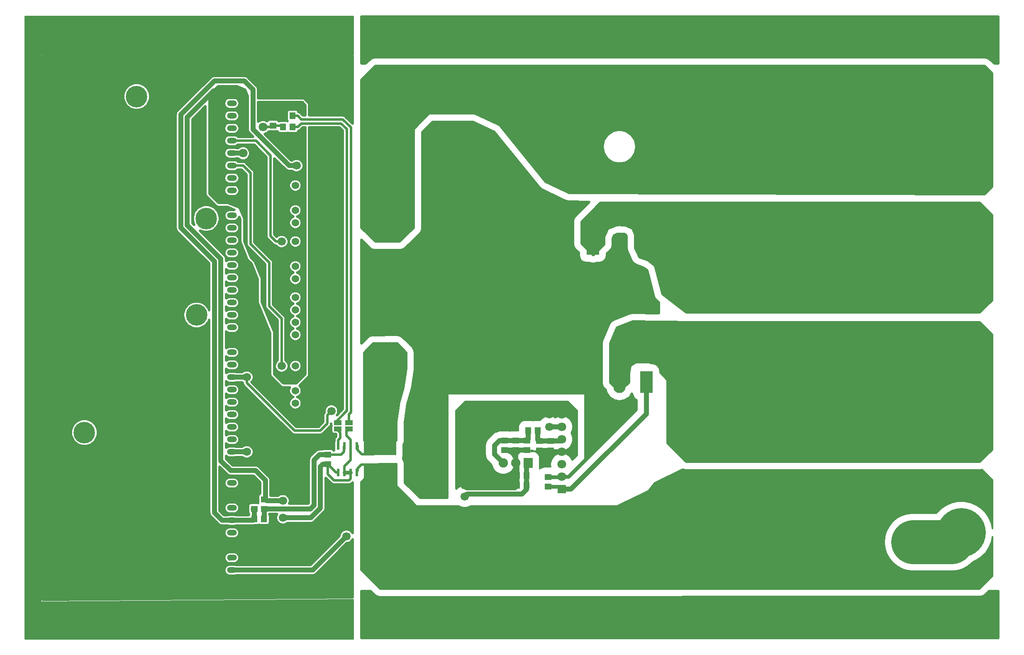
<source format=gbr>
G04 #@! TF.GenerationSoftware,KiCad,Pcbnew,(5.0.0-rc2-dev-586-g888c43477)*
G04 #@! TF.CreationDate,2018-06-17T22:52:13-03:00*
G04 #@! TF.ProjectId,Mcc18,4D636331382E6B696361645F70636200,rev?*
G04 #@! TF.SameCoordinates,Original*
G04 #@! TF.FileFunction,Copper,L2,Bot,Signal*
G04 #@! TF.FilePolarity,Positive*
%FSLAX46Y46*%
G04 Gerber Fmt 4.6, Leading zero omitted, Abs format (unit mm)*
G04 Created by KiCad (PCBNEW (5.0.0-rc2-dev-586-g888c43477)) date 06/17/18 22:52:13*
%MOMM*%
%LPD*%
G01*
G04 APERTURE LIST*
%ADD10C,1.524000*%
%ADD11C,1.905000*%
%ADD12R,1.905000X2.000000*%
%ADD13R,1.295000X1.400000*%
%ADD14R,1.500000X1.000000*%
%ADD15R,1.400000X1.295000*%
%ADD16C,2.700000*%
%ADD17C,2.800000*%
%ADD18C,1.800000*%
%ADD19R,1.800000X1.800000*%
%ADD20C,3.000000*%
%ADD21C,10.000000*%
%ADD22C,2.400000*%
%ADD23C,5.000000*%
%ADD24O,2.500000X4.500000*%
%ADD25R,2.500000X4.500000*%
%ADD26R,0.600000X1.550000*%
%ADD27R,6.640000X2.932000*%
%ADD28C,4.400000*%
%ADD29O,2.000000X1.200000*%
%ADD30C,1.700000*%
%ADD31C,1.000000*%
%ADD32C,0.508000*%
%ADD33C,0.762000*%
%ADD34C,9.000000*%
%ADD35C,0.800000*%
%ADD36C,3.000000*%
%ADD37C,0.254000*%
%ADD38C,0.304800*%
G04 APERTURE END LIST*
D10*
X105410000Y-67056000D03*
X105410000Y-69596000D03*
X105410000Y-72136000D03*
X105410000Y-75946000D03*
X105410000Y-78486000D03*
X105410000Y-81026000D03*
X105410000Y-83566000D03*
X105410000Y-87376000D03*
X105410000Y-89916000D03*
X105410000Y-92456000D03*
X105410000Y-94996000D03*
X105410000Y-97536000D03*
X105410000Y-101346000D03*
X105410000Y-103886000D03*
X105410000Y-106426000D03*
X105410000Y-108966000D03*
X105410000Y-64516000D03*
D11*
X147828000Y-121158000D03*
X150368000Y-121158000D03*
D12*
X152908000Y-121158000D03*
D13*
X99011500Y-132588000D03*
X97076500Y-132588000D03*
D14*
X116332000Y-112888000D03*
X116332000Y-114188000D03*
D15*
X99060000Y-130507500D03*
X99060000Y-128572500D03*
X97028000Y-128572500D03*
X97028000Y-130507500D03*
D16*
X214630000Y-129300000D03*
X214630000Y-114300000D03*
X224790000Y-114300000D03*
X224790000Y-129300000D03*
D17*
X220980000Y-72644000D03*
X220980000Y-45144000D03*
X208280000Y-45144000D03*
X208280000Y-72644000D03*
X195580000Y-72644000D03*
X195580000Y-45144000D03*
X227330000Y-77148000D03*
X227330000Y-104648000D03*
D18*
X159766000Y-116332000D03*
X159766000Y-113792000D03*
X159766000Y-118872000D03*
X159766000Y-121412000D03*
X159766000Y-111252000D03*
D19*
X159766000Y-126492000D03*
D18*
X159766000Y-123952000D03*
D15*
X156972000Y-125935500D03*
X156972000Y-124000500D03*
D20*
X231495600Y-137287000D03*
X209042000Y-137287000D03*
D21*
X241300000Y-135382000D03*
X241300000Y-106680000D03*
X241300000Y-80772000D03*
X241300000Y-55118000D03*
D17*
X189230000Y-104648000D03*
X189230000Y-77148000D03*
D22*
X214630000Y-77148000D03*
X214630000Y-104648000D03*
D13*
X150670500Y-125730000D03*
X152605500Y-125730000D03*
D15*
X157480000Y-118618000D03*
X157480000Y-116683000D03*
X152654000Y-116586000D03*
X152654000Y-118521000D03*
X155194000Y-118618000D03*
X155194000Y-116683000D03*
D13*
X152605500Y-123698000D03*
X150670500Y-123698000D03*
D15*
X150368000Y-118521000D03*
X150368000Y-116586000D03*
D13*
X154891500Y-114554000D03*
X152956500Y-114554000D03*
D16*
X204470000Y-129300000D03*
X204470000Y-114300000D03*
D15*
X148082000Y-116586000D03*
X148082000Y-118521000D03*
D23*
X124206000Y-100838000D03*
X124206000Y-71755000D03*
X153289000Y-100838000D03*
X153289000Y-71755000D03*
D24*
X177016000Y-76454000D03*
X171566000Y-76454000D03*
D25*
X166116000Y-76454000D03*
X177016000Y-104648000D03*
D24*
X171566000Y-104648000D03*
X166116000Y-104648000D03*
D26*
X117983000Y-123096000D03*
X116713000Y-123096000D03*
X115443000Y-123096000D03*
X114173000Y-123096000D03*
X114173000Y-117696000D03*
X115443000Y-117696000D03*
X116713000Y-117696000D03*
X117983000Y-117696000D03*
D27*
X122682000Y-122687000D03*
X122682000Y-118105000D03*
D15*
X100838000Y-50340500D03*
X100838000Y-52275500D03*
X112014000Y-119428500D03*
X112014000Y-121363500D03*
D13*
X104853500Y-50292000D03*
X102918500Y-50292000D03*
X104853500Y-52578000D03*
X102918500Y-52578000D03*
D14*
X114046000Y-112888000D03*
X114046000Y-114188000D03*
D28*
X85267800Y-90932000D03*
D29*
X92456000Y-143002000D03*
X92456000Y-140462000D03*
X92456000Y-137922000D03*
X92456000Y-135382000D03*
X92456000Y-132842000D03*
X92456000Y-130302000D03*
X92456000Y-127762000D03*
X92456000Y-125222000D03*
X92456000Y-118872000D03*
X92456000Y-116332000D03*
X92456000Y-113792000D03*
X92456000Y-111252000D03*
X92456000Y-108712000D03*
X92456000Y-106172000D03*
X92456000Y-103632000D03*
X92456000Y-101092000D03*
X92456000Y-98552000D03*
X92456000Y-96012000D03*
X92456000Y-93472000D03*
X92456000Y-90932000D03*
X92456000Y-88392000D03*
X92456000Y-85852000D03*
X92456000Y-83312000D03*
X92456000Y-80772000D03*
X92456000Y-78232000D03*
X92456000Y-75692000D03*
X92456000Y-73152000D03*
X92456000Y-70612000D03*
X92456000Y-65532000D03*
X92456000Y-62992000D03*
X92456000Y-60452000D03*
X92456000Y-57912000D03*
X92456000Y-55372000D03*
X92456000Y-52832000D03*
X92456000Y-50292000D03*
X92456000Y-47752000D03*
X92456000Y-45212000D03*
D28*
X87225274Y-71247000D03*
X73025000Y-46355000D03*
X62357000Y-114934000D03*
D17*
X201930000Y-77148000D03*
X201930000Y-104648000D03*
D30*
X105664000Y-60452000D03*
D18*
X98806000Y-50292000D03*
D30*
X102870000Y-132334000D03*
X102870000Y-128852700D03*
X94742000Y-45973986D03*
X191262000Y-119634000D03*
X191262000Y-68834000D03*
X157226000Y-111252000D03*
X103124000Y-117856000D03*
X103124000Y-121666000D03*
X103124000Y-125730000D03*
X112776000Y-108458000D03*
X115824000Y-133350000D03*
X139973490Y-125730000D03*
X115837542Y-136106800D03*
X139954000Y-128016000D03*
X102616000Y-75946000D03*
X102616000Y-101346000D03*
D18*
X98806000Y-52578000D03*
X94742000Y-57912000D03*
D30*
X95504000Y-103632000D03*
X157226000Y-113792000D03*
X112768344Y-110538090D03*
X95504000Y-118872000D03*
X191262000Y-65532000D03*
X127762000Y-40894000D03*
X133350000Y-40894000D03*
X138938000Y-40894000D03*
X144526000Y-40894000D03*
X191262000Y-123444000D03*
X185674000Y-128778000D03*
X185674000Y-137414000D03*
D31*
X96822500Y-132842000D02*
X97076500Y-132588000D01*
X92456000Y-132842000D02*
X96822500Y-132842000D01*
X90456000Y-132842000D02*
X92456000Y-132842000D01*
X88900000Y-131286000D02*
X90456000Y-132842000D01*
X88900000Y-80010000D02*
X88900000Y-131286000D01*
X82042000Y-73152000D02*
X88900000Y-80010000D01*
X82042000Y-50038000D02*
X82042000Y-73152000D01*
X104140000Y-60452000D02*
X96774000Y-53086000D01*
X105664000Y-60452000D02*
X104140000Y-60452000D01*
X96774000Y-53086000D02*
X96774000Y-44958000D01*
X96774000Y-44958000D02*
X94996000Y-43180000D01*
X94996000Y-43180000D02*
X88900000Y-43180000D01*
X88900000Y-43180000D02*
X82042000Y-50038000D01*
X97028000Y-132539500D02*
X97076500Y-132588000D01*
X96774000Y-130507500D02*
X97028000Y-130761500D01*
X97028000Y-130761500D02*
X97028000Y-132539500D01*
X147066000Y-116586000D02*
X148082000Y-116586000D01*
X146050000Y-117602000D02*
X147066000Y-116586000D01*
X147828000Y-121158000D02*
X146050000Y-119380000D01*
X146050000Y-119380000D02*
X146050000Y-117602000D01*
X148082000Y-116586000D02*
X150368000Y-116586000D01*
X150368000Y-116586000D02*
X152654000Y-116586000D01*
X152702500Y-116537500D02*
X152654000Y-116586000D01*
X152956500Y-116283500D02*
X152654000Y-116586000D01*
X152956500Y-114554000D02*
X152956500Y-116283500D01*
D32*
X101140500Y-50292000D02*
X99314000Y-50292000D01*
X102870000Y-50340500D02*
X102918500Y-50292000D01*
X100838000Y-50340500D02*
X102870000Y-50340500D01*
D31*
X99314000Y-124714000D02*
X99314000Y-128572500D01*
X97282000Y-122682000D02*
X99314000Y-124714000D01*
X92456000Y-45212000D02*
X88713278Y-45212000D01*
X92202000Y-122682000D02*
X97282000Y-122682000D01*
X83346810Y-50578468D02*
X83346810Y-72611532D01*
X83346810Y-72611532D02*
X90204810Y-79469531D01*
X88713278Y-45212000D02*
X83346810Y-50578468D01*
X90204810Y-79469531D02*
X90204810Y-120684810D01*
X90204810Y-120684810D02*
X92202000Y-122682000D01*
X111046500Y-121363500D02*
X110524810Y-121885190D01*
X112014000Y-121363500D02*
X111046500Y-121363500D01*
X108525279Y-132334000D02*
X102870000Y-132334000D01*
X110524810Y-121885190D02*
X110524810Y-130334469D01*
X110524810Y-130334469D02*
X108525279Y-132334000D01*
X99594200Y-128852700D02*
X99314000Y-128572500D01*
X102870000Y-128852700D02*
X99594200Y-128852700D01*
D32*
X116713000Y-118979000D02*
X116713000Y-117696000D01*
X116713000Y-120543000D02*
X116713000Y-118979000D01*
X115443000Y-121813000D02*
X116713000Y-120543000D01*
X115443000Y-123096000D02*
X115443000Y-121813000D01*
X116713000Y-124379000D02*
X116378000Y-124714000D01*
X116713000Y-123096000D02*
X116713000Y-124379000D01*
X116378000Y-124714000D02*
X113284000Y-124714000D01*
X112014000Y-123444000D02*
X112014000Y-121363500D01*
X113284000Y-124714000D02*
X112014000Y-123444000D01*
X113746500Y-123096000D02*
X112014000Y-121363500D01*
X114173000Y-123096000D02*
X113746500Y-123096000D01*
D31*
X94742000Y-45498000D02*
X94742000Y-45973986D01*
X94456000Y-45212000D02*
X94742000Y-45498000D01*
X92456000Y-45212000D02*
X94456000Y-45212000D01*
D33*
X115443000Y-123096000D02*
X116713000Y-123096000D01*
D32*
X115824000Y-114696000D02*
X116332000Y-114188000D01*
X115824000Y-115524000D02*
X115824000Y-114696000D01*
X116713000Y-117696000D02*
X116713000Y-116413000D01*
X116713000Y-116413000D02*
X115824000Y-115524000D01*
D31*
X159415000Y-116683000D02*
X159766000Y-116332000D01*
X157226000Y-116683000D02*
X159415000Y-116683000D01*
X157226000Y-116683000D02*
X154940000Y-116683000D01*
X154940000Y-116683000D02*
X155145500Y-116477500D01*
X154891500Y-116380500D02*
X155194000Y-116683000D01*
X154891500Y-114554000D02*
X154891500Y-116380500D01*
D34*
X239395000Y-137287000D02*
X241300000Y-135382000D01*
X231495600Y-137287000D02*
X239395000Y-137287000D01*
D32*
X159463500Y-124254500D02*
X159766000Y-123952000D01*
D35*
X159717500Y-124000500D02*
X159766000Y-123952000D01*
X156972000Y-124000500D02*
X159717500Y-124000500D01*
X166116000Y-118973144D02*
X166116000Y-104648000D01*
X159766000Y-123952000D02*
X161137144Y-123952000D01*
X161137144Y-123952000D02*
X166116000Y-118973144D01*
D32*
X177016000Y-107406000D02*
X177016000Y-104648000D01*
D35*
X177016000Y-104648000D02*
X177016000Y-108177500D01*
D31*
X177016000Y-104648000D02*
X177016000Y-111142000D01*
X177016000Y-111142000D02*
X161666000Y-126492000D01*
X159463500Y-126189500D02*
X159766000Y-126492000D01*
X159766000Y-126492000D02*
X161666000Y-126492000D01*
D35*
X159209500Y-125935500D02*
X159766000Y-126492000D01*
X156972000Y-125935500D02*
X159209500Y-125935500D01*
D31*
X157480000Y-118872000D02*
X157226000Y-118618000D01*
X159766000Y-118872000D02*
X157480000Y-118872000D01*
X157226000Y-118618000D02*
X154940000Y-118618000D01*
X157226000Y-111252000D02*
X159766000Y-111252000D01*
X95963500Y-127762000D02*
X96774000Y-128572500D01*
X92456000Y-127762000D02*
X95963500Y-127762000D01*
D32*
X97536000Y-105716595D02*
X105560595Y-113741190D01*
X97536000Y-100692000D02*
X97536000Y-105716595D01*
X105560595Y-113741190D02*
X110032810Y-113741190D01*
X110032810Y-113741190D02*
X110998000Y-112776000D01*
X110998000Y-112776000D02*
X110998000Y-110236000D01*
X111926001Y-109307999D02*
X112776000Y-108458000D01*
X92456000Y-96012000D02*
X92856000Y-96012000D01*
X110998000Y-110236000D02*
X111926001Y-109307999D01*
X92856000Y-96012000D02*
X97536000Y-100692000D01*
D31*
X150368000Y-121158000D02*
X150368000Y-118521000D01*
X150368000Y-118521000D02*
X148082000Y-118521000D01*
X152654000Y-118521000D02*
X150368000Y-118521000D01*
X150197310Y-126203190D02*
X150670500Y-125730000D01*
X140427190Y-126203190D02*
X150197310Y-126203190D01*
X139973490Y-125730000D02*
X139973490Y-125749490D01*
X139973490Y-125749490D02*
X140427190Y-126203190D01*
X150670500Y-125730000D02*
X150670500Y-123698000D01*
X150670500Y-121460500D02*
X150368000Y-121158000D01*
X150670500Y-123698000D02*
X150670500Y-121460500D01*
X92456000Y-143002000D02*
X94456000Y-143002000D01*
X108942342Y-143002000D02*
X115837542Y-136106800D01*
X94456000Y-143002000D02*
X108942342Y-143002000D01*
X139954000Y-128016000D02*
X140462000Y-127508000D01*
X152605500Y-125730000D02*
X152605500Y-126540500D01*
X151638000Y-127508000D02*
X151384000Y-127508000D01*
X152605500Y-126540500D02*
X151638000Y-127508000D01*
X140462000Y-127508000D02*
X151384000Y-127508000D01*
X152605500Y-125730000D02*
X152605500Y-123698000D01*
X152605500Y-121460500D02*
X152908000Y-121158000D01*
X152605500Y-123698000D02*
X152605500Y-121460500D01*
D32*
X101413919Y-75946000D02*
X102616000Y-75946000D01*
X100330000Y-74862081D02*
X101413919Y-75946000D01*
X100330000Y-58361580D02*
X100330000Y-74862081D01*
X92456000Y-55372000D02*
X97340420Y-55372000D01*
X97340420Y-55372000D02*
X100330000Y-58361580D01*
X94742000Y-60452000D02*
X92456000Y-60452000D01*
X102616000Y-91694000D02*
X100076000Y-89154000D01*
X102616000Y-101346000D02*
X102616000Y-91694000D01*
X100076000Y-89154000D02*
X100076000Y-80264000D01*
X100076000Y-80264000D02*
X96266000Y-76454000D01*
X96266000Y-76454000D02*
X96266000Y-61976000D01*
X96266000Y-61976000D02*
X94742000Y-60452000D01*
X101140500Y-52578000D02*
X99314000Y-52578000D01*
X102616000Y-52275500D02*
X102918500Y-52578000D01*
X100838000Y-52275500D02*
X102616000Y-52275500D01*
D31*
X94742000Y-57912000D02*
X92456000Y-57912000D01*
X94456000Y-103632000D02*
X92456000Y-103632000D01*
X92456000Y-103632000D02*
X95504000Y-103632000D01*
X159766000Y-113792000D02*
X157226000Y-113792000D01*
D32*
X95504000Y-104834081D02*
X95504000Y-103632000D01*
X105223919Y-114554000D02*
X95504000Y-104834081D01*
X110490000Y-114554000D02*
X105223919Y-114554000D01*
X111918345Y-113125655D02*
X110490000Y-114554000D01*
X112768344Y-110538090D02*
X111918345Y-111388089D01*
X111918345Y-111388089D02*
X111918345Y-113125655D01*
D31*
X92456000Y-118872000D02*
X95504000Y-118872000D01*
D34*
X240202000Y-54972000D02*
X240202000Y-54299400D01*
X240202000Y-54972000D02*
X233426000Y-48196000D01*
D36*
X124388880Y-71572120D02*
X124206000Y-71755000D01*
D32*
X121473000Y-121478000D02*
X122682000Y-122687000D01*
X118872000Y-121478000D02*
X121473000Y-121478000D01*
X118110000Y-122240000D02*
X118872000Y-121478000D01*
X118110000Y-122715000D02*
X118110000Y-122240000D01*
X92075000Y-140716000D02*
X91948000Y-140843000D01*
X105664000Y-109220000D02*
X105410000Y-108966000D01*
X104853500Y-50292000D02*
X105903501Y-50292000D01*
X105903501Y-50292000D02*
X106640101Y-51028600D01*
X106640101Y-51028600D02*
X115103338Y-51028600D01*
X115103338Y-51028600D02*
X116738400Y-52663662D01*
X116332000Y-111243473D02*
X116332000Y-112888000D01*
X116738400Y-52663662D02*
X116738400Y-110837073D01*
X116738400Y-110837073D02*
X116332000Y-111243473D01*
X105903501Y-52578000D02*
X106640101Y-51841400D01*
X104853500Y-52578000D02*
X105903501Y-52578000D01*
X106640101Y-51841400D02*
X114766662Y-51841400D01*
X114766662Y-51841400D02*
X115925600Y-53000338D01*
X115757264Y-110668736D02*
X113538000Y-112888000D01*
X115925600Y-110500400D02*
X115757264Y-110668736D01*
X115925600Y-53000338D02*
X115925600Y-110500400D01*
X114554000Y-114950000D02*
X113792000Y-114188000D01*
X114554000Y-116078000D02*
X114554000Y-114950000D01*
X114173000Y-117696000D02*
X114173000Y-116459000D01*
X114173000Y-116459000D02*
X114554000Y-116078000D01*
X121407000Y-119380000D02*
X122682000Y-118105000D01*
X118938000Y-119380000D02*
X121407000Y-119380000D01*
X118110000Y-118552000D02*
X118938000Y-119380000D01*
X118110000Y-117602000D02*
X118110000Y-118552000D01*
D31*
X99060000Y-130761500D02*
X99314000Y-130507500D01*
X99011500Y-132588000D02*
X99060000Y-132539500D01*
X99060000Y-132539500D02*
X99060000Y-130761500D01*
X110314000Y-119428500D02*
X109220000Y-120522500D01*
X112014000Y-119428500D02*
X110314000Y-119428500D01*
X109220000Y-120522500D02*
X109220000Y-129794000D01*
X108506500Y-130507500D02*
X99314000Y-130507500D01*
X109220000Y-129794000D02*
X108506500Y-130507500D01*
D32*
X115316000Y-117823000D02*
X115443000Y-117696000D01*
X115316000Y-118852000D02*
X115316000Y-117823000D01*
X112014000Y-119428500D02*
X114739500Y-119428500D01*
X114739500Y-119428500D02*
X115316000Y-118852000D01*
G36*
X145960024Y-53594496D02*
X155167424Y-64926681D01*
X155693329Y-65340819D01*
X160585095Y-67677541D01*
X161237731Y-67826374D01*
X165400736Y-67838002D01*
X162498369Y-70740369D01*
X162168008Y-71234790D01*
X162052000Y-71818000D01*
X162052000Y-76454000D01*
X162168008Y-77037210D01*
X162498369Y-77531631D01*
X163208553Y-78241815D01*
X163208553Y-78704000D01*
X163334719Y-79338278D01*
X163694008Y-79875992D01*
X164231722Y-80235281D01*
X164866000Y-80361447D01*
X165472110Y-80361447D01*
X165532790Y-80401992D01*
X166116000Y-80518000D01*
X166243000Y-80518000D01*
X166826210Y-80401992D01*
X166886890Y-80361447D01*
X167366000Y-80361447D01*
X168000278Y-80235281D01*
X168537992Y-79875992D01*
X168897281Y-79338278D01*
X169023447Y-78704000D01*
X169023447Y-78368815D01*
X169733631Y-77658631D01*
X170063992Y-77164210D01*
X170180000Y-76581000D01*
X170180000Y-75369167D01*
X170457419Y-74699419D01*
X171127167Y-74422000D01*
X172460438Y-74422000D01*
X172823581Y-74572419D01*
X172974000Y-74935562D01*
X172974000Y-77315118D01*
X173113426Y-77951932D01*
X174002426Y-79884814D01*
X174395192Y-80405106D01*
X174512787Y-80505902D01*
X174975849Y-80778133D01*
X176545031Y-81358611D01*
X177222816Y-81881742D01*
X178614287Y-87194631D01*
X178766593Y-87566781D01*
X179157399Y-88014957D01*
X179578000Y-88339587D01*
X179578000Y-90589162D01*
X179415011Y-90587310D01*
X174221773Y-90469283D01*
X173619971Y-90578362D01*
X170247825Y-91930472D01*
X169737369Y-92267369D01*
X169407008Y-92761790D01*
X168010008Y-96134446D01*
X167894000Y-96717656D01*
X167894000Y-104775000D01*
X168010008Y-105358210D01*
X168340369Y-105852631D01*
X168757800Y-106270062D01*
X168857244Y-106770002D01*
X169492808Y-107721191D01*
X170443997Y-108356756D01*
X171566000Y-108579936D01*
X172688002Y-108356756D01*
X173639191Y-107721192D01*
X174127061Y-106991044D01*
X174234719Y-107532278D01*
X174594008Y-108069992D01*
X174992001Y-108335922D01*
X174992001Y-110303631D01*
X164617400Y-120678233D01*
X164617400Y-110432600D01*
X164592000Y-110304906D01*
X164592000Y-107188000D01*
X164572665Y-107090798D01*
X164517605Y-107008395D01*
X164435202Y-106953335D01*
X164338000Y-106934000D01*
X161221094Y-106934000D01*
X161093400Y-106908600D01*
X140023600Y-106908600D01*
X139895906Y-106934000D01*
X136652000Y-106934000D01*
X136554798Y-106953335D01*
X136472395Y-107008395D01*
X136417335Y-107090798D01*
X136398000Y-107188000D01*
X136398000Y-128270000D01*
X130869262Y-128270000D01*
X127762000Y-125162738D01*
X127762000Y-121186398D01*
X127721231Y-120836252D01*
X127474331Y-120295297D01*
X127398274Y-120224454D01*
X127437576Y-120165635D01*
X127555856Y-119571000D01*
X127555856Y-117336108D01*
X127645992Y-117201210D01*
X127762000Y-116618000D01*
X127762000Y-112853936D01*
X128298617Y-109153944D01*
X129163031Y-106236546D01*
X129210043Y-106022336D01*
X129778220Y-102104740D01*
X129794000Y-101886000D01*
X129794000Y-98520000D01*
X129677174Y-97934819D01*
X129346120Y-97440861D01*
X127346128Y-95446463D01*
X126849271Y-95115981D01*
X126265739Y-95001608D01*
X121197923Y-95015804D01*
X120617011Y-95132624D01*
X120123053Y-95463678D01*
X118872000Y-96718240D01*
X118872000Y-75609262D01*
X120540369Y-77277631D01*
X121034790Y-77607992D01*
X121618000Y-77724000D01*
X126794000Y-77724000D01*
X127377210Y-77607992D01*
X127871631Y-77277631D01*
X130871631Y-74277631D01*
X131201992Y-73783210D01*
X131318000Y-73200000D01*
X131318000Y-53669262D01*
X133425262Y-51562000D01*
X141689810Y-51562000D01*
X145960024Y-53594496D01*
X145960024Y-53594496D01*
G37*
X145960024Y-53594496D02*
X155167424Y-64926681D01*
X155693329Y-65340819D01*
X160585095Y-67677541D01*
X161237731Y-67826374D01*
X165400736Y-67838002D01*
X162498369Y-70740369D01*
X162168008Y-71234790D01*
X162052000Y-71818000D01*
X162052000Y-76454000D01*
X162168008Y-77037210D01*
X162498369Y-77531631D01*
X163208553Y-78241815D01*
X163208553Y-78704000D01*
X163334719Y-79338278D01*
X163694008Y-79875992D01*
X164231722Y-80235281D01*
X164866000Y-80361447D01*
X165472110Y-80361447D01*
X165532790Y-80401992D01*
X166116000Y-80518000D01*
X166243000Y-80518000D01*
X166826210Y-80401992D01*
X166886890Y-80361447D01*
X167366000Y-80361447D01*
X168000278Y-80235281D01*
X168537992Y-79875992D01*
X168897281Y-79338278D01*
X169023447Y-78704000D01*
X169023447Y-78368815D01*
X169733631Y-77658631D01*
X170063992Y-77164210D01*
X170180000Y-76581000D01*
X170180000Y-75369167D01*
X170457419Y-74699419D01*
X171127167Y-74422000D01*
X172460438Y-74422000D01*
X172823581Y-74572419D01*
X172974000Y-74935562D01*
X172974000Y-77315118D01*
X173113426Y-77951932D01*
X174002426Y-79884814D01*
X174395192Y-80405106D01*
X174512787Y-80505902D01*
X174975849Y-80778133D01*
X176545031Y-81358611D01*
X177222816Y-81881742D01*
X178614287Y-87194631D01*
X178766593Y-87566781D01*
X179157399Y-88014957D01*
X179578000Y-88339587D01*
X179578000Y-90589162D01*
X179415011Y-90587310D01*
X174221773Y-90469283D01*
X173619971Y-90578362D01*
X170247825Y-91930472D01*
X169737369Y-92267369D01*
X169407008Y-92761790D01*
X168010008Y-96134446D01*
X167894000Y-96717656D01*
X167894000Y-104775000D01*
X168010008Y-105358210D01*
X168340369Y-105852631D01*
X168757800Y-106270062D01*
X168857244Y-106770002D01*
X169492808Y-107721191D01*
X170443997Y-108356756D01*
X171566000Y-108579936D01*
X172688002Y-108356756D01*
X173639191Y-107721192D01*
X174127061Y-106991044D01*
X174234719Y-107532278D01*
X174594008Y-108069992D01*
X174992001Y-108335922D01*
X174992001Y-110303631D01*
X164617400Y-120678233D01*
X164617400Y-110432600D01*
X164592000Y-110304906D01*
X164592000Y-107188000D01*
X164572665Y-107090798D01*
X164517605Y-107008395D01*
X164435202Y-106953335D01*
X164338000Y-106934000D01*
X161221094Y-106934000D01*
X161093400Y-106908600D01*
X140023600Y-106908600D01*
X139895906Y-106934000D01*
X136652000Y-106934000D01*
X136554798Y-106953335D01*
X136472395Y-107008395D01*
X136417335Y-107090798D01*
X136398000Y-107188000D01*
X136398000Y-128270000D01*
X130869262Y-128270000D01*
X127762000Y-125162738D01*
X127762000Y-121186398D01*
X127721231Y-120836252D01*
X127474331Y-120295297D01*
X127398274Y-120224454D01*
X127437576Y-120165635D01*
X127555856Y-119571000D01*
X127555856Y-117336108D01*
X127645992Y-117201210D01*
X127762000Y-116618000D01*
X127762000Y-112853936D01*
X128298617Y-109153944D01*
X129163031Y-106236546D01*
X129210043Y-106022336D01*
X129778220Y-102104740D01*
X129794000Y-101886000D01*
X129794000Y-98520000D01*
X129677174Y-97934819D01*
X129346120Y-97440861D01*
X127346128Y-95446463D01*
X126849271Y-95115981D01*
X126265739Y-95001608D01*
X121197923Y-95015804D01*
X120617011Y-95132624D01*
X120123053Y-95463678D01*
X118872000Y-96718240D01*
X118872000Y-75609262D01*
X120540369Y-77277631D01*
X121034790Y-77607992D01*
X121618000Y-77724000D01*
X126794000Y-77724000D01*
X127377210Y-77607992D01*
X127871631Y-77277631D01*
X130871631Y-74277631D01*
X131201992Y-73783210D01*
X131318000Y-73200000D01*
X131318000Y-53669262D01*
X133425262Y-51562000D01*
X141689810Y-51562000D01*
X145960024Y-53594496D01*
G36*
X179383262Y-92365048D02*
X179386147Y-92365098D01*
X187385114Y-92455984D01*
X187388000Y-92456000D01*
X245068790Y-92456000D01*
X247575001Y-94962211D01*
X247575001Y-118397789D01*
X245068790Y-120904000D01*
X185207210Y-120904000D01*
X181356000Y-117052790D01*
X181356000Y-104267000D01*
X181351119Y-104217447D01*
X181336665Y-104169798D01*
X181313193Y-104125885D01*
X181281605Y-104087395D01*
X179899465Y-102705255D01*
X179899465Y-102398000D01*
X179868078Y-102079327D01*
X179775125Y-101772900D01*
X179624177Y-101490495D01*
X179421034Y-101242966D01*
X179173505Y-101039823D01*
X178891100Y-100888875D01*
X178584673Y-100795922D01*
X178266000Y-100764535D01*
X177958745Y-100764535D01*
X177852605Y-100658395D01*
X177814115Y-100626807D01*
X177770202Y-100603335D01*
X177722553Y-100588881D01*
X177673000Y-100584000D01*
X174927916Y-100584000D01*
X174878363Y-100588881D01*
X174830714Y-100603335D01*
X174785516Y-100627671D01*
X173847600Y-101262671D01*
X173809303Y-101294493D01*
X173777950Y-101333175D01*
X173754746Y-101377231D01*
X173740583Y-101424967D01*
X173486583Y-102743883D01*
X173482000Y-102791916D01*
X173482000Y-104669790D01*
X171577000Y-106574790D01*
X169672000Y-104669790D01*
X169672000Y-96768179D01*
X171008754Y-93540969D01*
X174233389Y-92248006D01*
X179383262Y-92365048D01*
X179383262Y-92365048D01*
G37*
X179383262Y-92365048D02*
X179386147Y-92365098D01*
X187385114Y-92455984D01*
X187388000Y-92456000D01*
X245068790Y-92456000D01*
X247575001Y-94962211D01*
X247575001Y-118397789D01*
X245068790Y-120904000D01*
X185207210Y-120904000D01*
X181356000Y-117052790D01*
X181356000Y-104267000D01*
X181351119Y-104217447D01*
X181336665Y-104169798D01*
X181313193Y-104125885D01*
X181281605Y-104087395D01*
X179899465Y-102705255D01*
X179899465Y-102398000D01*
X179868078Y-102079327D01*
X179775125Y-101772900D01*
X179624177Y-101490495D01*
X179421034Y-101242966D01*
X179173505Y-101039823D01*
X178891100Y-100888875D01*
X178584673Y-100795922D01*
X178266000Y-100764535D01*
X177958745Y-100764535D01*
X177852605Y-100658395D01*
X177814115Y-100626807D01*
X177770202Y-100603335D01*
X177722553Y-100588881D01*
X177673000Y-100584000D01*
X174927916Y-100584000D01*
X174878363Y-100588881D01*
X174830714Y-100603335D01*
X174785516Y-100627671D01*
X173847600Y-101262671D01*
X173809303Y-101294493D01*
X173777950Y-101333175D01*
X173754746Y-101377231D01*
X173740583Y-101424967D01*
X173486583Y-102743883D01*
X173482000Y-102791916D01*
X173482000Y-104669790D01*
X171577000Y-106574790D01*
X169672000Y-104669790D01*
X169672000Y-96768179D01*
X171008754Y-93540969D01*
X174233389Y-92248006D01*
X179383262Y-92365048D01*
G36*
X117094000Y-51869789D02*
X115706309Y-50482099D01*
X115680855Y-50451083D01*
X115557090Y-50349512D01*
X115415888Y-50274038D01*
X115262675Y-50227561D01*
X115143261Y-50215800D01*
X115143258Y-50215800D01*
X115103338Y-50211868D01*
X115063418Y-50215800D01*
X108254800Y-50215800D01*
X108254800Y-48006000D01*
X108212264Y-47792156D01*
X108091131Y-47610869D01*
X107329131Y-46848869D01*
X107147844Y-46727736D01*
X106934000Y-46685200D01*
X97832800Y-46685200D01*
X97832800Y-45010007D01*
X97837922Y-44958000D01*
X97832800Y-44905993D01*
X97832800Y-44905985D01*
X97817480Y-44750439D01*
X97816041Y-44745693D01*
X97756937Y-44550854D01*
X97694518Y-44434077D01*
X97658620Y-44366916D01*
X97602257Y-44298238D01*
X97559465Y-44246095D01*
X97559461Y-44246091D01*
X97526307Y-44205693D01*
X97485909Y-44172539D01*
X95781470Y-42468101D01*
X95748307Y-42427693D01*
X95587084Y-42295380D01*
X95403146Y-42197063D01*
X95203561Y-42136520D01*
X95048015Y-42121200D01*
X95048007Y-42121200D01*
X94996000Y-42116078D01*
X94943993Y-42121200D01*
X88952015Y-42121200D01*
X88900000Y-42116077D01*
X88692438Y-42136520D01*
X88492854Y-42197063D01*
X88308916Y-42295380D01*
X88240238Y-42351743D01*
X88188095Y-42394535D01*
X88188091Y-42394539D01*
X88147693Y-42427693D01*
X88114539Y-42468091D01*
X81330102Y-49252530D01*
X81289693Y-49285693D01*
X81157380Y-49446916D01*
X81068654Y-49612912D01*
X81059063Y-49630855D01*
X81009576Y-49793994D01*
X80998520Y-49830440D01*
X80983200Y-49985986D01*
X80983200Y-49985993D01*
X80978078Y-50038000D01*
X80983200Y-50090007D01*
X80983201Y-73099983D01*
X80978078Y-73152000D01*
X80998520Y-73359561D01*
X81059063Y-73559145D01*
X81104829Y-73644766D01*
X81157381Y-73743084D01*
X81289694Y-73904307D01*
X81330097Y-73937465D01*
X87841200Y-80448570D01*
X87841200Y-89935646D01*
X87712617Y-89625218D01*
X87410700Y-89173367D01*
X87026433Y-88789100D01*
X86574582Y-88487183D01*
X86072512Y-88279219D01*
X85539518Y-88173200D01*
X84996082Y-88173200D01*
X84463088Y-88279219D01*
X83961018Y-88487183D01*
X83509167Y-88789100D01*
X83124900Y-89173367D01*
X82822983Y-89625218D01*
X82615019Y-90127288D01*
X82509000Y-90660282D01*
X82509000Y-91203718D01*
X82615019Y-91736712D01*
X82822983Y-92238782D01*
X83124900Y-92690633D01*
X83509167Y-93074900D01*
X83961018Y-93376817D01*
X84463088Y-93584781D01*
X84996082Y-93690800D01*
X85539518Y-93690800D01*
X86072512Y-93584781D01*
X86574582Y-93376817D01*
X87026433Y-93074900D01*
X87410700Y-92690633D01*
X87712617Y-92238782D01*
X87841200Y-91928354D01*
X87841201Y-131233983D01*
X87836078Y-131286000D01*
X87856520Y-131493561D01*
X87917063Y-131693145D01*
X87949610Y-131754036D01*
X88015381Y-131877084D01*
X88147694Y-132038307D01*
X88188097Y-132071465D01*
X89670534Y-133553903D01*
X89703693Y-133594307D01*
X89864916Y-133726620D01*
X90048854Y-133824937D01*
X90201986Y-133871389D01*
X90248438Y-133885480D01*
X90267924Y-133887399D01*
X90403985Y-133900800D01*
X90403992Y-133900800D01*
X90455999Y-133905922D01*
X90508006Y-133900800D01*
X91578651Y-133900800D01*
X91610401Y-133917771D01*
X91828836Y-133984032D01*
X91999082Y-134000800D01*
X92912918Y-134000800D01*
X93083164Y-133984032D01*
X93301599Y-133917771D01*
X93333349Y-133900800D01*
X96770493Y-133900800D01*
X96822500Y-133905922D01*
X96874507Y-133900800D01*
X96874515Y-133900800D01*
X97030061Y-133885480D01*
X97148662Y-133849503D01*
X97724000Y-133849503D01*
X97833544Y-133838714D01*
X97938878Y-133806761D01*
X98035954Y-133754873D01*
X98044000Y-133748270D01*
X98052046Y-133754873D01*
X98149122Y-133806761D01*
X98254456Y-133838714D01*
X98364000Y-133849503D01*
X99659000Y-133849503D01*
X99768544Y-133838714D01*
X99873878Y-133806761D01*
X99970954Y-133754873D01*
X100056043Y-133685043D01*
X100125873Y-133599954D01*
X100177761Y-133502878D01*
X100209714Y-133397544D01*
X100220503Y-133288000D01*
X100220503Y-131888000D01*
X100209714Y-131778456D01*
X100177761Y-131673122D01*
X100126459Y-131577142D01*
X100139671Y-131566300D01*
X101688611Y-131566300D01*
X101621537Y-131666683D01*
X101515339Y-131923068D01*
X101461200Y-132195245D01*
X101461200Y-132472755D01*
X101515339Y-132744932D01*
X101621537Y-133001317D01*
X101775713Y-133232058D01*
X101971942Y-133428287D01*
X102202683Y-133582463D01*
X102459068Y-133688661D01*
X102731245Y-133742800D01*
X103008755Y-133742800D01*
X103280932Y-133688661D01*
X103537317Y-133582463D01*
X103768058Y-133428287D01*
X103803545Y-133392800D01*
X108473272Y-133392800D01*
X108525279Y-133397922D01*
X108577286Y-133392800D01*
X108577294Y-133392800D01*
X108732840Y-133377480D01*
X108932425Y-133316937D01*
X109116363Y-133218620D01*
X109277586Y-133086307D01*
X109310749Y-133045898D01*
X111236713Y-131119935D01*
X111277117Y-131086776D01*
X111409430Y-130925553D01*
X111507747Y-130741615D01*
X111517493Y-130709486D01*
X111568290Y-130542031D01*
X111572377Y-130500536D01*
X111583610Y-130386484D01*
X111583610Y-130386476D01*
X111588732Y-130334469D01*
X111583610Y-130282462D01*
X111583610Y-124163082D01*
X112681033Y-125260506D01*
X112706483Y-125291517D01*
X112830248Y-125393088D01*
X112971450Y-125468562D01*
X113124663Y-125515039D01*
X113244077Y-125526800D01*
X113244079Y-125526800D01*
X113283999Y-125530732D01*
X113323920Y-125526800D01*
X116338080Y-125526800D01*
X116378000Y-125530732D01*
X116417920Y-125526800D01*
X116417923Y-125526800D01*
X116537337Y-125515039D01*
X116690550Y-125468562D01*
X116831752Y-125393088D01*
X116955517Y-125291517D01*
X116980972Y-125260500D01*
X117094000Y-125147472D01*
X117094000Y-135458785D01*
X117086005Y-135439483D01*
X116931829Y-135208742D01*
X116735600Y-135012513D01*
X116504859Y-134858337D01*
X116248474Y-134752139D01*
X115976297Y-134698000D01*
X115698787Y-134698000D01*
X115426610Y-134752139D01*
X115170225Y-134858337D01*
X114939484Y-135012513D01*
X114743255Y-135208742D01*
X114589079Y-135439483D01*
X114482881Y-135695868D01*
X114428742Y-135968045D01*
X114428742Y-136018231D01*
X108503774Y-141943200D01*
X93333349Y-141943200D01*
X93301599Y-141926229D01*
X93083164Y-141859968D01*
X92912918Y-141843200D01*
X91999082Y-141843200D01*
X91828836Y-141859968D01*
X91610401Y-141926229D01*
X91409091Y-142033832D01*
X91232641Y-142178641D01*
X91087832Y-142355091D01*
X90980229Y-142556401D01*
X90913968Y-142774836D01*
X90891594Y-143002000D01*
X90913968Y-143229164D01*
X90980229Y-143447599D01*
X91087832Y-143648909D01*
X91232641Y-143825359D01*
X91409091Y-143970168D01*
X91610401Y-144077771D01*
X91828836Y-144144032D01*
X91999082Y-144160800D01*
X92912918Y-144160800D01*
X93083164Y-144144032D01*
X93301599Y-144077771D01*
X93333349Y-144060800D01*
X108890335Y-144060800D01*
X108942342Y-144065922D01*
X108994349Y-144060800D01*
X108994357Y-144060800D01*
X109149903Y-144045480D01*
X109349488Y-143984937D01*
X109533426Y-143886620D01*
X109694649Y-143754307D01*
X109727812Y-143713898D01*
X115926111Y-137515600D01*
X115976297Y-137515600D01*
X116248474Y-137461461D01*
X116504859Y-137355263D01*
X116735600Y-137201087D01*
X116931829Y-137004858D01*
X117086005Y-136774117D01*
X117094000Y-136754815D01*
X117094000Y-148592016D01*
X53848000Y-149095968D01*
X53848000Y-140462000D01*
X90891594Y-140462000D01*
X90913968Y-140689164D01*
X90980229Y-140907599D01*
X91087832Y-141108909D01*
X91232641Y-141285359D01*
X91315102Y-141353033D01*
X91370484Y-141420516D01*
X91494249Y-141522088D01*
X91635451Y-141597562D01*
X91788664Y-141644038D01*
X91948000Y-141659732D01*
X92107336Y-141644038D01*
X92183943Y-141620800D01*
X92912918Y-141620800D01*
X93083164Y-141604032D01*
X93301599Y-141537771D01*
X93502909Y-141430168D01*
X93679359Y-141285359D01*
X93824168Y-141108909D01*
X93931771Y-140907599D01*
X93998032Y-140689164D01*
X94020406Y-140462000D01*
X93998032Y-140234836D01*
X93931771Y-140016401D01*
X93824168Y-139815091D01*
X93679359Y-139638641D01*
X93502909Y-139493832D01*
X93301599Y-139386229D01*
X93083164Y-139319968D01*
X92912918Y-139303200D01*
X91999082Y-139303200D01*
X91828836Y-139319968D01*
X91610401Y-139386229D01*
X91409091Y-139493832D01*
X91232641Y-139638641D01*
X91087832Y-139815091D01*
X90980229Y-140016401D01*
X90913968Y-140234836D01*
X90891594Y-140462000D01*
X53848000Y-140462000D01*
X53848000Y-135382000D01*
X90891594Y-135382000D01*
X90913968Y-135609164D01*
X90980229Y-135827599D01*
X91087832Y-136028909D01*
X91232641Y-136205359D01*
X91409091Y-136350168D01*
X91610401Y-136457771D01*
X91828836Y-136524032D01*
X91999082Y-136540800D01*
X92912918Y-136540800D01*
X93083164Y-136524032D01*
X93301599Y-136457771D01*
X93502909Y-136350168D01*
X93679359Y-136205359D01*
X93824168Y-136028909D01*
X93931771Y-135827599D01*
X93998032Y-135609164D01*
X94020406Y-135382000D01*
X93998032Y-135154836D01*
X93931771Y-134936401D01*
X93824168Y-134735091D01*
X93679359Y-134558641D01*
X93502909Y-134413832D01*
X93301599Y-134306229D01*
X93083164Y-134239968D01*
X92912918Y-134223200D01*
X91999082Y-134223200D01*
X91828836Y-134239968D01*
X91610401Y-134306229D01*
X91409091Y-134413832D01*
X91232641Y-134558641D01*
X91087832Y-134735091D01*
X90980229Y-134936401D01*
X90913968Y-135154836D01*
X90891594Y-135382000D01*
X53848000Y-135382000D01*
X53848000Y-114662282D01*
X59598200Y-114662282D01*
X59598200Y-115205718D01*
X59704219Y-115738712D01*
X59912183Y-116240782D01*
X60214100Y-116692633D01*
X60598367Y-117076900D01*
X61050218Y-117378817D01*
X61552288Y-117586781D01*
X62085282Y-117692800D01*
X62628718Y-117692800D01*
X63161712Y-117586781D01*
X63663782Y-117378817D01*
X64115633Y-117076900D01*
X64499900Y-116692633D01*
X64801817Y-116240782D01*
X65009781Y-115738712D01*
X65115800Y-115205718D01*
X65115800Y-114662282D01*
X65009781Y-114129288D01*
X64801817Y-113627218D01*
X64499900Y-113175367D01*
X64115633Y-112791100D01*
X63663782Y-112489183D01*
X63161712Y-112281219D01*
X62628718Y-112175200D01*
X62085282Y-112175200D01*
X61552288Y-112281219D01*
X61050218Y-112489183D01*
X60598367Y-112791100D01*
X60214100Y-113175367D01*
X59912183Y-113627218D01*
X59704219Y-114129288D01*
X59598200Y-114662282D01*
X53848000Y-114662282D01*
X53848000Y-46083282D01*
X70266200Y-46083282D01*
X70266200Y-46626718D01*
X70372219Y-47159712D01*
X70580183Y-47661782D01*
X70882100Y-48113633D01*
X71266367Y-48497900D01*
X71718218Y-48799817D01*
X72220288Y-49007781D01*
X72753282Y-49113800D01*
X73296718Y-49113800D01*
X73829712Y-49007781D01*
X74331782Y-48799817D01*
X74783633Y-48497900D01*
X75167900Y-48113633D01*
X75469817Y-47661782D01*
X75677781Y-47159712D01*
X75783800Y-46626718D01*
X75783800Y-46083282D01*
X75677781Y-45550288D01*
X75469817Y-45048218D01*
X75167900Y-44596367D01*
X74783633Y-44212100D01*
X74331782Y-43910183D01*
X73829712Y-43702219D01*
X73296718Y-43596200D01*
X72753282Y-43596200D01*
X72220288Y-43702219D01*
X71718218Y-43910183D01*
X71266367Y-44212100D01*
X70882100Y-44596367D01*
X70580183Y-45048218D01*
X70372219Y-45550288D01*
X70266200Y-46083282D01*
X53848000Y-46083282D01*
X53848000Y-38100000D01*
X117094000Y-38100000D01*
X117094000Y-51869789D01*
X117094000Y-51869789D01*
G37*
X117094000Y-51869789D02*
X115706309Y-50482099D01*
X115680855Y-50451083D01*
X115557090Y-50349512D01*
X115415888Y-50274038D01*
X115262675Y-50227561D01*
X115143261Y-50215800D01*
X115143258Y-50215800D01*
X115103338Y-50211868D01*
X115063418Y-50215800D01*
X108254800Y-50215800D01*
X108254800Y-48006000D01*
X108212264Y-47792156D01*
X108091131Y-47610869D01*
X107329131Y-46848869D01*
X107147844Y-46727736D01*
X106934000Y-46685200D01*
X97832800Y-46685200D01*
X97832800Y-45010007D01*
X97837922Y-44958000D01*
X97832800Y-44905993D01*
X97832800Y-44905985D01*
X97817480Y-44750439D01*
X97816041Y-44745693D01*
X97756937Y-44550854D01*
X97694518Y-44434077D01*
X97658620Y-44366916D01*
X97602257Y-44298238D01*
X97559465Y-44246095D01*
X97559461Y-44246091D01*
X97526307Y-44205693D01*
X97485909Y-44172539D01*
X95781470Y-42468101D01*
X95748307Y-42427693D01*
X95587084Y-42295380D01*
X95403146Y-42197063D01*
X95203561Y-42136520D01*
X95048015Y-42121200D01*
X95048007Y-42121200D01*
X94996000Y-42116078D01*
X94943993Y-42121200D01*
X88952015Y-42121200D01*
X88900000Y-42116077D01*
X88692438Y-42136520D01*
X88492854Y-42197063D01*
X88308916Y-42295380D01*
X88240238Y-42351743D01*
X88188095Y-42394535D01*
X88188091Y-42394539D01*
X88147693Y-42427693D01*
X88114539Y-42468091D01*
X81330102Y-49252530D01*
X81289693Y-49285693D01*
X81157380Y-49446916D01*
X81068654Y-49612912D01*
X81059063Y-49630855D01*
X81009576Y-49793994D01*
X80998520Y-49830440D01*
X80983200Y-49985986D01*
X80983200Y-49985993D01*
X80978078Y-50038000D01*
X80983200Y-50090007D01*
X80983201Y-73099983D01*
X80978078Y-73152000D01*
X80998520Y-73359561D01*
X81059063Y-73559145D01*
X81104829Y-73644766D01*
X81157381Y-73743084D01*
X81289694Y-73904307D01*
X81330097Y-73937465D01*
X87841200Y-80448570D01*
X87841200Y-89935646D01*
X87712617Y-89625218D01*
X87410700Y-89173367D01*
X87026433Y-88789100D01*
X86574582Y-88487183D01*
X86072512Y-88279219D01*
X85539518Y-88173200D01*
X84996082Y-88173200D01*
X84463088Y-88279219D01*
X83961018Y-88487183D01*
X83509167Y-88789100D01*
X83124900Y-89173367D01*
X82822983Y-89625218D01*
X82615019Y-90127288D01*
X82509000Y-90660282D01*
X82509000Y-91203718D01*
X82615019Y-91736712D01*
X82822983Y-92238782D01*
X83124900Y-92690633D01*
X83509167Y-93074900D01*
X83961018Y-93376817D01*
X84463088Y-93584781D01*
X84996082Y-93690800D01*
X85539518Y-93690800D01*
X86072512Y-93584781D01*
X86574582Y-93376817D01*
X87026433Y-93074900D01*
X87410700Y-92690633D01*
X87712617Y-92238782D01*
X87841200Y-91928354D01*
X87841201Y-131233983D01*
X87836078Y-131286000D01*
X87856520Y-131493561D01*
X87917063Y-131693145D01*
X87949610Y-131754036D01*
X88015381Y-131877084D01*
X88147694Y-132038307D01*
X88188097Y-132071465D01*
X89670534Y-133553903D01*
X89703693Y-133594307D01*
X89864916Y-133726620D01*
X90048854Y-133824937D01*
X90201986Y-133871389D01*
X90248438Y-133885480D01*
X90267924Y-133887399D01*
X90403985Y-133900800D01*
X90403992Y-133900800D01*
X90455999Y-133905922D01*
X90508006Y-133900800D01*
X91578651Y-133900800D01*
X91610401Y-133917771D01*
X91828836Y-133984032D01*
X91999082Y-134000800D01*
X92912918Y-134000800D01*
X93083164Y-133984032D01*
X93301599Y-133917771D01*
X93333349Y-133900800D01*
X96770493Y-133900800D01*
X96822500Y-133905922D01*
X96874507Y-133900800D01*
X96874515Y-133900800D01*
X97030061Y-133885480D01*
X97148662Y-133849503D01*
X97724000Y-133849503D01*
X97833544Y-133838714D01*
X97938878Y-133806761D01*
X98035954Y-133754873D01*
X98044000Y-133748270D01*
X98052046Y-133754873D01*
X98149122Y-133806761D01*
X98254456Y-133838714D01*
X98364000Y-133849503D01*
X99659000Y-133849503D01*
X99768544Y-133838714D01*
X99873878Y-133806761D01*
X99970954Y-133754873D01*
X100056043Y-133685043D01*
X100125873Y-133599954D01*
X100177761Y-133502878D01*
X100209714Y-133397544D01*
X100220503Y-133288000D01*
X100220503Y-131888000D01*
X100209714Y-131778456D01*
X100177761Y-131673122D01*
X100126459Y-131577142D01*
X100139671Y-131566300D01*
X101688611Y-131566300D01*
X101621537Y-131666683D01*
X101515339Y-131923068D01*
X101461200Y-132195245D01*
X101461200Y-132472755D01*
X101515339Y-132744932D01*
X101621537Y-133001317D01*
X101775713Y-133232058D01*
X101971942Y-133428287D01*
X102202683Y-133582463D01*
X102459068Y-133688661D01*
X102731245Y-133742800D01*
X103008755Y-133742800D01*
X103280932Y-133688661D01*
X103537317Y-133582463D01*
X103768058Y-133428287D01*
X103803545Y-133392800D01*
X108473272Y-133392800D01*
X108525279Y-133397922D01*
X108577286Y-133392800D01*
X108577294Y-133392800D01*
X108732840Y-133377480D01*
X108932425Y-133316937D01*
X109116363Y-133218620D01*
X109277586Y-133086307D01*
X109310749Y-133045898D01*
X111236713Y-131119935D01*
X111277117Y-131086776D01*
X111409430Y-130925553D01*
X111507747Y-130741615D01*
X111517493Y-130709486D01*
X111568290Y-130542031D01*
X111572377Y-130500536D01*
X111583610Y-130386484D01*
X111583610Y-130386476D01*
X111588732Y-130334469D01*
X111583610Y-130282462D01*
X111583610Y-124163082D01*
X112681033Y-125260506D01*
X112706483Y-125291517D01*
X112830248Y-125393088D01*
X112971450Y-125468562D01*
X113124663Y-125515039D01*
X113244077Y-125526800D01*
X113244079Y-125526800D01*
X113283999Y-125530732D01*
X113323920Y-125526800D01*
X116338080Y-125526800D01*
X116378000Y-125530732D01*
X116417920Y-125526800D01*
X116417923Y-125526800D01*
X116537337Y-125515039D01*
X116690550Y-125468562D01*
X116831752Y-125393088D01*
X116955517Y-125291517D01*
X116980972Y-125260500D01*
X117094000Y-125147472D01*
X117094000Y-135458785D01*
X117086005Y-135439483D01*
X116931829Y-135208742D01*
X116735600Y-135012513D01*
X116504859Y-134858337D01*
X116248474Y-134752139D01*
X115976297Y-134698000D01*
X115698787Y-134698000D01*
X115426610Y-134752139D01*
X115170225Y-134858337D01*
X114939484Y-135012513D01*
X114743255Y-135208742D01*
X114589079Y-135439483D01*
X114482881Y-135695868D01*
X114428742Y-135968045D01*
X114428742Y-136018231D01*
X108503774Y-141943200D01*
X93333349Y-141943200D01*
X93301599Y-141926229D01*
X93083164Y-141859968D01*
X92912918Y-141843200D01*
X91999082Y-141843200D01*
X91828836Y-141859968D01*
X91610401Y-141926229D01*
X91409091Y-142033832D01*
X91232641Y-142178641D01*
X91087832Y-142355091D01*
X90980229Y-142556401D01*
X90913968Y-142774836D01*
X90891594Y-143002000D01*
X90913968Y-143229164D01*
X90980229Y-143447599D01*
X91087832Y-143648909D01*
X91232641Y-143825359D01*
X91409091Y-143970168D01*
X91610401Y-144077771D01*
X91828836Y-144144032D01*
X91999082Y-144160800D01*
X92912918Y-144160800D01*
X93083164Y-144144032D01*
X93301599Y-144077771D01*
X93333349Y-144060800D01*
X108890335Y-144060800D01*
X108942342Y-144065922D01*
X108994349Y-144060800D01*
X108994357Y-144060800D01*
X109149903Y-144045480D01*
X109349488Y-143984937D01*
X109533426Y-143886620D01*
X109694649Y-143754307D01*
X109727812Y-143713898D01*
X115926111Y-137515600D01*
X115976297Y-137515600D01*
X116248474Y-137461461D01*
X116504859Y-137355263D01*
X116735600Y-137201087D01*
X116931829Y-137004858D01*
X117086005Y-136774117D01*
X117094000Y-136754815D01*
X117094000Y-148592016D01*
X53848000Y-149095968D01*
X53848000Y-140462000D01*
X90891594Y-140462000D01*
X90913968Y-140689164D01*
X90980229Y-140907599D01*
X91087832Y-141108909D01*
X91232641Y-141285359D01*
X91315102Y-141353033D01*
X91370484Y-141420516D01*
X91494249Y-141522088D01*
X91635451Y-141597562D01*
X91788664Y-141644038D01*
X91948000Y-141659732D01*
X92107336Y-141644038D01*
X92183943Y-141620800D01*
X92912918Y-141620800D01*
X93083164Y-141604032D01*
X93301599Y-141537771D01*
X93502909Y-141430168D01*
X93679359Y-141285359D01*
X93824168Y-141108909D01*
X93931771Y-140907599D01*
X93998032Y-140689164D01*
X94020406Y-140462000D01*
X93998032Y-140234836D01*
X93931771Y-140016401D01*
X93824168Y-139815091D01*
X93679359Y-139638641D01*
X93502909Y-139493832D01*
X93301599Y-139386229D01*
X93083164Y-139319968D01*
X92912918Y-139303200D01*
X91999082Y-139303200D01*
X91828836Y-139319968D01*
X91610401Y-139386229D01*
X91409091Y-139493832D01*
X91232641Y-139638641D01*
X91087832Y-139815091D01*
X90980229Y-140016401D01*
X90913968Y-140234836D01*
X90891594Y-140462000D01*
X53848000Y-140462000D01*
X53848000Y-135382000D01*
X90891594Y-135382000D01*
X90913968Y-135609164D01*
X90980229Y-135827599D01*
X91087832Y-136028909D01*
X91232641Y-136205359D01*
X91409091Y-136350168D01*
X91610401Y-136457771D01*
X91828836Y-136524032D01*
X91999082Y-136540800D01*
X92912918Y-136540800D01*
X93083164Y-136524032D01*
X93301599Y-136457771D01*
X93502909Y-136350168D01*
X93679359Y-136205359D01*
X93824168Y-136028909D01*
X93931771Y-135827599D01*
X93998032Y-135609164D01*
X94020406Y-135382000D01*
X93998032Y-135154836D01*
X93931771Y-134936401D01*
X93824168Y-134735091D01*
X93679359Y-134558641D01*
X93502909Y-134413832D01*
X93301599Y-134306229D01*
X93083164Y-134239968D01*
X92912918Y-134223200D01*
X91999082Y-134223200D01*
X91828836Y-134239968D01*
X91610401Y-134306229D01*
X91409091Y-134413832D01*
X91232641Y-134558641D01*
X91087832Y-134735091D01*
X90980229Y-134936401D01*
X90913968Y-135154836D01*
X90891594Y-135382000D01*
X53848000Y-135382000D01*
X53848000Y-114662282D01*
X59598200Y-114662282D01*
X59598200Y-115205718D01*
X59704219Y-115738712D01*
X59912183Y-116240782D01*
X60214100Y-116692633D01*
X60598367Y-117076900D01*
X61050218Y-117378817D01*
X61552288Y-117586781D01*
X62085282Y-117692800D01*
X62628718Y-117692800D01*
X63161712Y-117586781D01*
X63663782Y-117378817D01*
X64115633Y-117076900D01*
X64499900Y-116692633D01*
X64801817Y-116240782D01*
X65009781Y-115738712D01*
X65115800Y-115205718D01*
X65115800Y-114662282D01*
X65009781Y-114129288D01*
X64801817Y-113627218D01*
X64499900Y-113175367D01*
X64115633Y-112791100D01*
X63663782Y-112489183D01*
X63161712Y-112281219D01*
X62628718Y-112175200D01*
X62085282Y-112175200D01*
X61552288Y-112281219D01*
X61050218Y-112489183D01*
X60598367Y-112791100D01*
X60214100Y-113175367D01*
X59912183Y-113627218D01*
X59704219Y-114129288D01*
X59598200Y-114662282D01*
X53848000Y-114662282D01*
X53848000Y-46083282D01*
X70266200Y-46083282D01*
X70266200Y-46626718D01*
X70372219Y-47159712D01*
X70580183Y-47661782D01*
X70882100Y-48113633D01*
X71266367Y-48497900D01*
X71718218Y-48799817D01*
X72220288Y-49007781D01*
X72753282Y-49113800D01*
X73296718Y-49113800D01*
X73829712Y-49007781D01*
X74331782Y-48799817D01*
X74783633Y-48497900D01*
X75167900Y-48113633D01*
X75469817Y-47661782D01*
X75677781Y-47159712D01*
X75783800Y-46626718D01*
X75783800Y-46083282D01*
X75677781Y-45550288D01*
X75469817Y-45048218D01*
X75167900Y-44596367D01*
X74783633Y-44212100D01*
X74331782Y-43910183D01*
X73829712Y-43702219D01*
X73296718Y-43596200D01*
X72753282Y-43596200D01*
X72220288Y-43702219D01*
X71718218Y-43910183D01*
X71266367Y-44212100D01*
X70882100Y-44596367D01*
X70580183Y-45048218D01*
X70372219Y-45550288D01*
X70266200Y-46083282D01*
X53848000Y-46083282D01*
X53848000Y-38100000D01*
X117094000Y-38100000D01*
X117094000Y-51869789D01*
G36*
X91416534Y-123393903D02*
X91449693Y-123434307D01*
X91610916Y-123566620D01*
X91794854Y-123664937D01*
X91947986Y-123711389D01*
X91994438Y-123725480D01*
X92013924Y-123727399D01*
X92149985Y-123740800D01*
X92149992Y-123740800D01*
X92201999Y-123745922D01*
X92254006Y-123740800D01*
X96843432Y-123740800D01*
X98255200Y-125152569D01*
X98255201Y-127373819D01*
X98250456Y-127374286D01*
X98145122Y-127406239D01*
X98048046Y-127458127D01*
X97962957Y-127527957D01*
X97893127Y-127613046D01*
X97841239Y-127710122D01*
X97809286Y-127815456D01*
X97798497Y-127925000D01*
X97798497Y-129220000D01*
X97806994Y-129306277D01*
X97728000Y-129298497D01*
X96328000Y-129298497D01*
X96218456Y-129309286D01*
X96113122Y-129341239D01*
X96016046Y-129393127D01*
X95930957Y-129462957D01*
X95861127Y-129548046D01*
X95809239Y-129645122D01*
X95777286Y-129750456D01*
X95766497Y-129860000D01*
X95766497Y-130181338D01*
X95730520Y-130299939D01*
X95710078Y-130507500D01*
X95730520Y-130715061D01*
X95766497Y-130833662D01*
X95766497Y-131155000D01*
X95777286Y-131264544D01*
X95809239Y-131369878D01*
X95861127Y-131466954D01*
X95930957Y-131552043D01*
X95961541Y-131577142D01*
X95910239Y-131673122D01*
X95878286Y-131778456D01*
X95877819Y-131783200D01*
X93333349Y-131783200D01*
X93301599Y-131766229D01*
X93083164Y-131699968D01*
X92912918Y-131683200D01*
X91999082Y-131683200D01*
X91828836Y-131699968D01*
X91610401Y-131766229D01*
X91578651Y-131783200D01*
X90894569Y-131783200D01*
X89958800Y-130847432D01*
X89958800Y-130302000D01*
X90891594Y-130302000D01*
X90913968Y-130529164D01*
X90980229Y-130747599D01*
X91087832Y-130948909D01*
X91232641Y-131125359D01*
X91409091Y-131270168D01*
X91610401Y-131377771D01*
X91828836Y-131444032D01*
X91999082Y-131460800D01*
X92912918Y-131460800D01*
X93083164Y-131444032D01*
X93301599Y-131377771D01*
X93502909Y-131270168D01*
X93679359Y-131125359D01*
X93824168Y-130948909D01*
X93931771Y-130747599D01*
X93998032Y-130529164D01*
X94020406Y-130302000D01*
X93998032Y-130074836D01*
X93931771Y-129856401D01*
X93824168Y-129655091D01*
X93679359Y-129478641D01*
X93502909Y-129333832D01*
X93301599Y-129226229D01*
X93083164Y-129159968D01*
X92912918Y-129143200D01*
X91999082Y-129143200D01*
X91828836Y-129159968D01*
X91610401Y-129226229D01*
X91409091Y-129333832D01*
X91232641Y-129478641D01*
X91087832Y-129655091D01*
X90980229Y-129856401D01*
X90913968Y-130074836D01*
X90891594Y-130302000D01*
X89958800Y-130302000D01*
X89958800Y-125222000D01*
X90891594Y-125222000D01*
X90913968Y-125449164D01*
X90980229Y-125667599D01*
X91087832Y-125868909D01*
X91232641Y-126045359D01*
X91409091Y-126190168D01*
X91610401Y-126297771D01*
X91828836Y-126364032D01*
X91999082Y-126380800D01*
X92912918Y-126380800D01*
X93083164Y-126364032D01*
X93301599Y-126297771D01*
X93502909Y-126190168D01*
X93679359Y-126045359D01*
X93824168Y-125868909D01*
X93931771Y-125667599D01*
X93998032Y-125449164D01*
X94020406Y-125222000D01*
X93998032Y-124994836D01*
X93931771Y-124776401D01*
X93824168Y-124575091D01*
X93679359Y-124398641D01*
X93502909Y-124253832D01*
X93301599Y-124146229D01*
X93083164Y-124079968D01*
X92912918Y-124063200D01*
X91999082Y-124063200D01*
X91828836Y-124079968D01*
X91610401Y-124146229D01*
X91409091Y-124253832D01*
X91232641Y-124398641D01*
X91087832Y-124575091D01*
X90980229Y-124776401D01*
X90913968Y-124994836D01*
X90891594Y-125222000D01*
X89958800Y-125222000D01*
X89958800Y-121936168D01*
X91416534Y-123393903D01*
X91416534Y-123393903D01*
G37*
X91416534Y-123393903D02*
X91449693Y-123434307D01*
X91610916Y-123566620D01*
X91794854Y-123664937D01*
X91947986Y-123711389D01*
X91994438Y-123725480D01*
X92013924Y-123727399D01*
X92149985Y-123740800D01*
X92149992Y-123740800D01*
X92201999Y-123745922D01*
X92254006Y-123740800D01*
X96843432Y-123740800D01*
X98255200Y-125152569D01*
X98255201Y-127373819D01*
X98250456Y-127374286D01*
X98145122Y-127406239D01*
X98048046Y-127458127D01*
X97962957Y-127527957D01*
X97893127Y-127613046D01*
X97841239Y-127710122D01*
X97809286Y-127815456D01*
X97798497Y-127925000D01*
X97798497Y-129220000D01*
X97806994Y-129306277D01*
X97728000Y-129298497D01*
X96328000Y-129298497D01*
X96218456Y-129309286D01*
X96113122Y-129341239D01*
X96016046Y-129393127D01*
X95930957Y-129462957D01*
X95861127Y-129548046D01*
X95809239Y-129645122D01*
X95777286Y-129750456D01*
X95766497Y-129860000D01*
X95766497Y-130181338D01*
X95730520Y-130299939D01*
X95710078Y-130507500D01*
X95730520Y-130715061D01*
X95766497Y-130833662D01*
X95766497Y-131155000D01*
X95777286Y-131264544D01*
X95809239Y-131369878D01*
X95861127Y-131466954D01*
X95930957Y-131552043D01*
X95961541Y-131577142D01*
X95910239Y-131673122D01*
X95878286Y-131778456D01*
X95877819Y-131783200D01*
X93333349Y-131783200D01*
X93301599Y-131766229D01*
X93083164Y-131699968D01*
X92912918Y-131683200D01*
X91999082Y-131683200D01*
X91828836Y-131699968D01*
X91610401Y-131766229D01*
X91578651Y-131783200D01*
X90894569Y-131783200D01*
X89958800Y-130847432D01*
X89958800Y-130302000D01*
X90891594Y-130302000D01*
X90913968Y-130529164D01*
X90980229Y-130747599D01*
X91087832Y-130948909D01*
X91232641Y-131125359D01*
X91409091Y-131270168D01*
X91610401Y-131377771D01*
X91828836Y-131444032D01*
X91999082Y-131460800D01*
X92912918Y-131460800D01*
X93083164Y-131444032D01*
X93301599Y-131377771D01*
X93502909Y-131270168D01*
X93679359Y-131125359D01*
X93824168Y-130948909D01*
X93931771Y-130747599D01*
X93998032Y-130529164D01*
X94020406Y-130302000D01*
X93998032Y-130074836D01*
X93931771Y-129856401D01*
X93824168Y-129655091D01*
X93679359Y-129478641D01*
X93502909Y-129333832D01*
X93301599Y-129226229D01*
X93083164Y-129159968D01*
X92912918Y-129143200D01*
X91999082Y-129143200D01*
X91828836Y-129159968D01*
X91610401Y-129226229D01*
X91409091Y-129333832D01*
X91232641Y-129478641D01*
X91087832Y-129655091D01*
X90980229Y-129856401D01*
X90913968Y-130074836D01*
X90891594Y-130302000D01*
X89958800Y-130302000D01*
X89958800Y-125222000D01*
X90891594Y-125222000D01*
X90913968Y-125449164D01*
X90980229Y-125667599D01*
X91087832Y-125868909D01*
X91232641Y-126045359D01*
X91409091Y-126190168D01*
X91610401Y-126297771D01*
X91828836Y-126364032D01*
X91999082Y-126380800D01*
X92912918Y-126380800D01*
X93083164Y-126364032D01*
X93301599Y-126297771D01*
X93502909Y-126190168D01*
X93679359Y-126045359D01*
X93824168Y-125868909D01*
X93931771Y-125667599D01*
X93998032Y-125449164D01*
X94020406Y-125222000D01*
X93998032Y-124994836D01*
X93931771Y-124776401D01*
X93824168Y-124575091D01*
X93679359Y-124398641D01*
X93502909Y-124253832D01*
X93301599Y-124146229D01*
X93083164Y-124079968D01*
X92912918Y-124063200D01*
X91999082Y-124063200D01*
X91828836Y-124079968D01*
X91610401Y-124146229D01*
X91409091Y-124253832D01*
X91232641Y-124398641D01*
X91087832Y-124575091D01*
X90980229Y-124776401D01*
X90913968Y-124994836D01*
X90891594Y-125222000D01*
X89958800Y-125222000D01*
X89958800Y-121936168D01*
X91416534Y-123393903D01*
G36*
X91409091Y-104600168D02*
X91610401Y-104707771D01*
X91828836Y-104774032D01*
X91999082Y-104790800D01*
X92912918Y-104790800D01*
X93083164Y-104774032D01*
X93301599Y-104707771D01*
X93333349Y-104690800D01*
X94570455Y-104690800D01*
X94605942Y-104726287D01*
X94691200Y-104783255D01*
X94691200Y-104794160D01*
X94687268Y-104834081D01*
X94691200Y-104874001D01*
X94691200Y-104874003D01*
X94702961Y-104993417D01*
X94749438Y-105146630D01*
X94824912Y-105287832D01*
X94926483Y-105411598D01*
X94957500Y-105437053D01*
X104620952Y-115100506D01*
X104646402Y-115131517D01*
X104677412Y-115156966D01*
X104770166Y-115233088D01*
X104800877Y-115249503D01*
X104911369Y-115308562D01*
X105064582Y-115355039D01*
X105183996Y-115366800D01*
X105183998Y-115366800D01*
X105223918Y-115370732D01*
X105263839Y-115366800D01*
X110450080Y-115366800D01*
X110490000Y-115370732D01*
X110529920Y-115366800D01*
X110529923Y-115366800D01*
X110649337Y-115355039D01*
X110802550Y-115308562D01*
X110943752Y-115233088D01*
X111067517Y-115131517D01*
X111092971Y-115100501D01*
X112464851Y-113728622D01*
X112495862Y-113703172D01*
X112597433Y-113579407D01*
X112672907Y-113438205D01*
X112719384Y-113284992D01*
X112731145Y-113165578D01*
X112731145Y-113165576D01*
X112734497Y-113131544D01*
X112734497Y-113388000D01*
X112745286Y-113497544D01*
X112757558Y-113538000D01*
X112745286Y-113578456D01*
X112734497Y-113688000D01*
X112734497Y-114688000D01*
X112745286Y-114797544D01*
X112777239Y-114902878D01*
X112829127Y-114999954D01*
X112898957Y-115085043D01*
X112984046Y-115154873D01*
X113081122Y-115206761D01*
X113186456Y-115238714D01*
X113296000Y-115249503D01*
X113704030Y-115249503D01*
X113741201Y-115286673D01*
X113741200Y-115741328D01*
X113626496Y-115856032D01*
X113595484Y-115881483D01*
X113570034Y-115912494D01*
X113493912Y-116005249D01*
X113418438Y-116146451D01*
X113371962Y-116299664D01*
X113356268Y-116459000D01*
X113360201Y-116498930D01*
X113360201Y-116694968D01*
X113354239Y-116706122D01*
X113322286Y-116811456D01*
X113311497Y-116921000D01*
X113311497Y-118471000D01*
X113322286Y-118580544D01*
X113332951Y-118615700D01*
X113247800Y-118615700D01*
X113232761Y-118566122D01*
X113180873Y-118469046D01*
X113111043Y-118383957D01*
X113025954Y-118314127D01*
X112928878Y-118262239D01*
X112823544Y-118230286D01*
X112714000Y-118219497D01*
X111314000Y-118219497D01*
X111204456Y-118230286D01*
X111099122Y-118262239D01*
X111002046Y-118314127D01*
X110934329Y-118369700D01*
X110366015Y-118369700D01*
X110314000Y-118364577D01*
X110106438Y-118385020D01*
X110052167Y-118401483D01*
X109906854Y-118445563D01*
X109722916Y-118543880D01*
X109694501Y-118567200D01*
X109602095Y-118643035D01*
X109602091Y-118643039D01*
X109561693Y-118676193D01*
X109528539Y-118716591D01*
X108508101Y-119737031D01*
X108467693Y-119770193D01*
X108335380Y-119931416D01*
X108241215Y-120107588D01*
X108237063Y-120115355D01*
X108182479Y-120295297D01*
X108176520Y-120314940D01*
X108161200Y-120470486D01*
X108161200Y-120470493D01*
X108156078Y-120522500D01*
X108161200Y-120574507D01*
X108161201Y-129355430D01*
X108067932Y-129448700D01*
X104148003Y-129448700D01*
X104224661Y-129263632D01*
X104278800Y-128991455D01*
X104278800Y-128713945D01*
X104224661Y-128441768D01*
X104118463Y-128185383D01*
X103964287Y-127954642D01*
X103768058Y-127758413D01*
X103537317Y-127604237D01*
X103280932Y-127498039D01*
X103008755Y-127443900D01*
X102731245Y-127443900D01*
X102459068Y-127498039D01*
X102202683Y-127604237D01*
X101971942Y-127758413D01*
X101936455Y-127793900D01*
X100372800Y-127793900D01*
X100372800Y-124766007D01*
X100377922Y-124714000D01*
X100372800Y-124661993D01*
X100372800Y-124661985D01*
X100357480Y-124506439D01*
X100325633Y-124401451D01*
X100296937Y-124306854D01*
X100272026Y-124260249D01*
X100198620Y-124122916D01*
X100066307Y-123961693D01*
X100025903Y-123928534D01*
X98067470Y-121970102D01*
X98034307Y-121929693D01*
X97873084Y-121797380D01*
X97689146Y-121699063D01*
X97489561Y-121638520D01*
X97334015Y-121623200D01*
X97334007Y-121623200D01*
X97282000Y-121618078D01*
X97229993Y-121623200D01*
X92640569Y-121623200D01*
X91263610Y-120246242D01*
X91263610Y-119720775D01*
X91409091Y-119840168D01*
X91610401Y-119947771D01*
X91828836Y-120014032D01*
X91999082Y-120030800D01*
X92912918Y-120030800D01*
X93083164Y-120014032D01*
X93301599Y-119947771D01*
X93333349Y-119930800D01*
X94570455Y-119930800D01*
X94605942Y-119966287D01*
X94836683Y-120120463D01*
X95093068Y-120226661D01*
X95365245Y-120280800D01*
X95642755Y-120280800D01*
X95914932Y-120226661D01*
X96171317Y-120120463D01*
X96402058Y-119966287D01*
X96598287Y-119770058D01*
X96752463Y-119539317D01*
X96858661Y-119282932D01*
X96912800Y-119010755D01*
X96912800Y-118733245D01*
X96858661Y-118461068D01*
X96752463Y-118204683D01*
X96598287Y-117973942D01*
X96402058Y-117777713D01*
X96171317Y-117623537D01*
X95914932Y-117517339D01*
X95642755Y-117463200D01*
X95365245Y-117463200D01*
X95093068Y-117517339D01*
X94836683Y-117623537D01*
X94605942Y-117777713D01*
X94570455Y-117813200D01*
X93333349Y-117813200D01*
X93301599Y-117796229D01*
X93083164Y-117729968D01*
X92912918Y-117713200D01*
X91999082Y-117713200D01*
X91828836Y-117729968D01*
X91610401Y-117796229D01*
X91409091Y-117903832D01*
X91263610Y-118023225D01*
X91263610Y-117180775D01*
X91409091Y-117300168D01*
X91610401Y-117407771D01*
X91828836Y-117474032D01*
X91999082Y-117490800D01*
X92912918Y-117490800D01*
X93083164Y-117474032D01*
X93301599Y-117407771D01*
X93502909Y-117300168D01*
X93679359Y-117155359D01*
X93824168Y-116978909D01*
X93931771Y-116777599D01*
X93998032Y-116559164D01*
X94020406Y-116332000D01*
X93998032Y-116104836D01*
X93931771Y-115886401D01*
X93824168Y-115685091D01*
X93679359Y-115508641D01*
X93502909Y-115363832D01*
X93301599Y-115256229D01*
X93083164Y-115189968D01*
X92912918Y-115173200D01*
X91999082Y-115173200D01*
X91828836Y-115189968D01*
X91610401Y-115256229D01*
X91409091Y-115363832D01*
X91263610Y-115483225D01*
X91263610Y-114640775D01*
X91409091Y-114760168D01*
X91610401Y-114867771D01*
X91828836Y-114934032D01*
X91999082Y-114950800D01*
X92912918Y-114950800D01*
X93083164Y-114934032D01*
X93301599Y-114867771D01*
X93502909Y-114760168D01*
X93679359Y-114615359D01*
X93824168Y-114438909D01*
X93931771Y-114237599D01*
X93998032Y-114019164D01*
X94020406Y-113792000D01*
X93998032Y-113564836D01*
X93931771Y-113346401D01*
X93824168Y-113145091D01*
X93679359Y-112968641D01*
X93502909Y-112823832D01*
X93301599Y-112716229D01*
X93083164Y-112649968D01*
X92912918Y-112633200D01*
X91999082Y-112633200D01*
X91828836Y-112649968D01*
X91610401Y-112716229D01*
X91409091Y-112823832D01*
X91263610Y-112943225D01*
X91263610Y-112100775D01*
X91409091Y-112220168D01*
X91610401Y-112327771D01*
X91828836Y-112394032D01*
X91999082Y-112410800D01*
X92912918Y-112410800D01*
X93083164Y-112394032D01*
X93301599Y-112327771D01*
X93502909Y-112220168D01*
X93679359Y-112075359D01*
X93824168Y-111898909D01*
X93931771Y-111697599D01*
X93998032Y-111479164D01*
X94020406Y-111252000D01*
X93998032Y-111024836D01*
X93931771Y-110806401D01*
X93824168Y-110605091D01*
X93679359Y-110428641D01*
X93502909Y-110283832D01*
X93301599Y-110176229D01*
X93083164Y-110109968D01*
X92912918Y-110093200D01*
X91999082Y-110093200D01*
X91828836Y-110109968D01*
X91610401Y-110176229D01*
X91409091Y-110283832D01*
X91263610Y-110403225D01*
X91263610Y-109560775D01*
X91409091Y-109680168D01*
X91610401Y-109787771D01*
X91828836Y-109854032D01*
X91999082Y-109870800D01*
X92912918Y-109870800D01*
X93083164Y-109854032D01*
X93301599Y-109787771D01*
X93502909Y-109680168D01*
X93679359Y-109535359D01*
X93824168Y-109358909D01*
X93931771Y-109157599D01*
X93998032Y-108939164D01*
X94020406Y-108712000D01*
X93998032Y-108484836D01*
X93931771Y-108266401D01*
X93824168Y-108065091D01*
X93679359Y-107888641D01*
X93502909Y-107743832D01*
X93301599Y-107636229D01*
X93083164Y-107569968D01*
X92912918Y-107553200D01*
X91999082Y-107553200D01*
X91828836Y-107569968D01*
X91610401Y-107636229D01*
X91409091Y-107743832D01*
X91263610Y-107863225D01*
X91263610Y-107020775D01*
X91409091Y-107140168D01*
X91610401Y-107247771D01*
X91828836Y-107314032D01*
X91999082Y-107330800D01*
X92912918Y-107330800D01*
X93083164Y-107314032D01*
X93301599Y-107247771D01*
X93502909Y-107140168D01*
X93679359Y-106995359D01*
X93824168Y-106818909D01*
X93931771Y-106617599D01*
X93998032Y-106399164D01*
X94020406Y-106172000D01*
X93998032Y-105944836D01*
X93931771Y-105726401D01*
X93824168Y-105525091D01*
X93679359Y-105348641D01*
X93502909Y-105203832D01*
X93301599Y-105096229D01*
X93083164Y-105029968D01*
X92912918Y-105013200D01*
X91999082Y-105013200D01*
X91828836Y-105029968D01*
X91610401Y-105096229D01*
X91409091Y-105203832D01*
X91263610Y-105323225D01*
X91263610Y-104480775D01*
X91409091Y-104600168D01*
X91409091Y-104600168D01*
G37*
X91409091Y-104600168D02*
X91610401Y-104707771D01*
X91828836Y-104774032D01*
X91999082Y-104790800D01*
X92912918Y-104790800D01*
X93083164Y-104774032D01*
X93301599Y-104707771D01*
X93333349Y-104690800D01*
X94570455Y-104690800D01*
X94605942Y-104726287D01*
X94691200Y-104783255D01*
X94691200Y-104794160D01*
X94687268Y-104834081D01*
X94691200Y-104874001D01*
X94691200Y-104874003D01*
X94702961Y-104993417D01*
X94749438Y-105146630D01*
X94824912Y-105287832D01*
X94926483Y-105411598D01*
X94957500Y-105437053D01*
X104620952Y-115100506D01*
X104646402Y-115131517D01*
X104677412Y-115156966D01*
X104770166Y-115233088D01*
X104800877Y-115249503D01*
X104911369Y-115308562D01*
X105064582Y-115355039D01*
X105183996Y-115366800D01*
X105183998Y-115366800D01*
X105223918Y-115370732D01*
X105263839Y-115366800D01*
X110450080Y-115366800D01*
X110490000Y-115370732D01*
X110529920Y-115366800D01*
X110529923Y-115366800D01*
X110649337Y-115355039D01*
X110802550Y-115308562D01*
X110943752Y-115233088D01*
X111067517Y-115131517D01*
X111092971Y-115100501D01*
X112464851Y-113728622D01*
X112495862Y-113703172D01*
X112597433Y-113579407D01*
X112672907Y-113438205D01*
X112719384Y-113284992D01*
X112731145Y-113165578D01*
X112731145Y-113165576D01*
X112734497Y-113131544D01*
X112734497Y-113388000D01*
X112745286Y-113497544D01*
X112757558Y-113538000D01*
X112745286Y-113578456D01*
X112734497Y-113688000D01*
X112734497Y-114688000D01*
X112745286Y-114797544D01*
X112777239Y-114902878D01*
X112829127Y-114999954D01*
X112898957Y-115085043D01*
X112984046Y-115154873D01*
X113081122Y-115206761D01*
X113186456Y-115238714D01*
X113296000Y-115249503D01*
X113704030Y-115249503D01*
X113741201Y-115286673D01*
X113741200Y-115741328D01*
X113626496Y-115856032D01*
X113595484Y-115881483D01*
X113570034Y-115912494D01*
X113493912Y-116005249D01*
X113418438Y-116146451D01*
X113371962Y-116299664D01*
X113356268Y-116459000D01*
X113360201Y-116498930D01*
X113360201Y-116694968D01*
X113354239Y-116706122D01*
X113322286Y-116811456D01*
X113311497Y-116921000D01*
X113311497Y-118471000D01*
X113322286Y-118580544D01*
X113332951Y-118615700D01*
X113247800Y-118615700D01*
X113232761Y-118566122D01*
X113180873Y-118469046D01*
X113111043Y-118383957D01*
X113025954Y-118314127D01*
X112928878Y-118262239D01*
X112823544Y-118230286D01*
X112714000Y-118219497D01*
X111314000Y-118219497D01*
X111204456Y-118230286D01*
X111099122Y-118262239D01*
X111002046Y-118314127D01*
X110934329Y-118369700D01*
X110366015Y-118369700D01*
X110314000Y-118364577D01*
X110106438Y-118385020D01*
X110052167Y-118401483D01*
X109906854Y-118445563D01*
X109722916Y-118543880D01*
X109694501Y-118567200D01*
X109602095Y-118643035D01*
X109602091Y-118643039D01*
X109561693Y-118676193D01*
X109528539Y-118716591D01*
X108508101Y-119737031D01*
X108467693Y-119770193D01*
X108335380Y-119931416D01*
X108241215Y-120107588D01*
X108237063Y-120115355D01*
X108182479Y-120295297D01*
X108176520Y-120314940D01*
X108161200Y-120470486D01*
X108161200Y-120470493D01*
X108156078Y-120522500D01*
X108161200Y-120574507D01*
X108161201Y-129355430D01*
X108067932Y-129448700D01*
X104148003Y-129448700D01*
X104224661Y-129263632D01*
X104278800Y-128991455D01*
X104278800Y-128713945D01*
X104224661Y-128441768D01*
X104118463Y-128185383D01*
X103964287Y-127954642D01*
X103768058Y-127758413D01*
X103537317Y-127604237D01*
X103280932Y-127498039D01*
X103008755Y-127443900D01*
X102731245Y-127443900D01*
X102459068Y-127498039D01*
X102202683Y-127604237D01*
X101971942Y-127758413D01*
X101936455Y-127793900D01*
X100372800Y-127793900D01*
X100372800Y-124766007D01*
X100377922Y-124714000D01*
X100372800Y-124661993D01*
X100372800Y-124661985D01*
X100357480Y-124506439D01*
X100325633Y-124401451D01*
X100296937Y-124306854D01*
X100272026Y-124260249D01*
X100198620Y-124122916D01*
X100066307Y-123961693D01*
X100025903Y-123928534D01*
X98067470Y-121970102D01*
X98034307Y-121929693D01*
X97873084Y-121797380D01*
X97689146Y-121699063D01*
X97489561Y-121638520D01*
X97334015Y-121623200D01*
X97334007Y-121623200D01*
X97282000Y-121618078D01*
X97229993Y-121623200D01*
X92640569Y-121623200D01*
X91263610Y-120246242D01*
X91263610Y-119720775D01*
X91409091Y-119840168D01*
X91610401Y-119947771D01*
X91828836Y-120014032D01*
X91999082Y-120030800D01*
X92912918Y-120030800D01*
X93083164Y-120014032D01*
X93301599Y-119947771D01*
X93333349Y-119930800D01*
X94570455Y-119930800D01*
X94605942Y-119966287D01*
X94836683Y-120120463D01*
X95093068Y-120226661D01*
X95365245Y-120280800D01*
X95642755Y-120280800D01*
X95914932Y-120226661D01*
X96171317Y-120120463D01*
X96402058Y-119966287D01*
X96598287Y-119770058D01*
X96752463Y-119539317D01*
X96858661Y-119282932D01*
X96912800Y-119010755D01*
X96912800Y-118733245D01*
X96858661Y-118461068D01*
X96752463Y-118204683D01*
X96598287Y-117973942D01*
X96402058Y-117777713D01*
X96171317Y-117623537D01*
X95914932Y-117517339D01*
X95642755Y-117463200D01*
X95365245Y-117463200D01*
X95093068Y-117517339D01*
X94836683Y-117623537D01*
X94605942Y-117777713D01*
X94570455Y-117813200D01*
X93333349Y-117813200D01*
X93301599Y-117796229D01*
X93083164Y-117729968D01*
X92912918Y-117713200D01*
X91999082Y-117713200D01*
X91828836Y-117729968D01*
X91610401Y-117796229D01*
X91409091Y-117903832D01*
X91263610Y-118023225D01*
X91263610Y-117180775D01*
X91409091Y-117300168D01*
X91610401Y-117407771D01*
X91828836Y-117474032D01*
X91999082Y-117490800D01*
X92912918Y-117490800D01*
X93083164Y-117474032D01*
X93301599Y-117407771D01*
X93502909Y-117300168D01*
X93679359Y-117155359D01*
X93824168Y-116978909D01*
X93931771Y-116777599D01*
X93998032Y-116559164D01*
X94020406Y-116332000D01*
X93998032Y-116104836D01*
X93931771Y-115886401D01*
X93824168Y-115685091D01*
X93679359Y-115508641D01*
X93502909Y-115363832D01*
X93301599Y-115256229D01*
X93083164Y-115189968D01*
X92912918Y-115173200D01*
X91999082Y-115173200D01*
X91828836Y-115189968D01*
X91610401Y-115256229D01*
X91409091Y-115363832D01*
X91263610Y-115483225D01*
X91263610Y-114640775D01*
X91409091Y-114760168D01*
X91610401Y-114867771D01*
X91828836Y-114934032D01*
X91999082Y-114950800D01*
X92912918Y-114950800D01*
X93083164Y-114934032D01*
X93301599Y-114867771D01*
X93502909Y-114760168D01*
X93679359Y-114615359D01*
X93824168Y-114438909D01*
X93931771Y-114237599D01*
X93998032Y-114019164D01*
X94020406Y-113792000D01*
X93998032Y-113564836D01*
X93931771Y-113346401D01*
X93824168Y-113145091D01*
X93679359Y-112968641D01*
X93502909Y-112823832D01*
X93301599Y-112716229D01*
X93083164Y-112649968D01*
X92912918Y-112633200D01*
X91999082Y-112633200D01*
X91828836Y-112649968D01*
X91610401Y-112716229D01*
X91409091Y-112823832D01*
X91263610Y-112943225D01*
X91263610Y-112100775D01*
X91409091Y-112220168D01*
X91610401Y-112327771D01*
X91828836Y-112394032D01*
X91999082Y-112410800D01*
X92912918Y-112410800D01*
X93083164Y-112394032D01*
X93301599Y-112327771D01*
X93502909Y-112220168D01*
X93679359Y-112075359D01*
X93824168Y-111898909D01*
X93931771Y-111697599D01*
X93998032Y-111479164D01*
X94020406Y-111252000D01*
X93998032Y-111024836D01*
X93931771Y-110806401D01*
X93824168Y-110605091D01*
X93679359Y-110428641D01*
X93502909Y-110283832D01*
X93301599Y-110176229D01*
X93083164Y-110109968D01*
X92912918Y-110093200D01*
X91999082Y-110093200D01*
X91828836Y-110109968D01*
X91610401Y-110176229D01*
X91409091Y-110283832D01*
X91263610Y-110403225D01*
X91263610Y-109560775D01*
X91409091Y-109680168D01*
X91610401Y-109787771D01*
X91828836Y-109854032D01*
X91999082Y-109870800D01*
X92912918Y-109870800D01*
X93083164Y-109854032D01*
X93301599Y-109787771D01*
X93502909Y-109680168D01*
X93679359Y-109535359D01*
X93824168Y-109358909D01*
X93931771Y-109157599D01*
X93998032Y-108939164D01*
X94020406Y-108712000D01*
X93998032Y-108484836D01*
X93931771Y-108266401D01*
X93824168Y-108065091D01*
X93679359Y-107888641D01*
X93502909Y-107743832D01*
X93301599Y-107636229D01*
X93083164Y-107569968D01*
X92912918Y-107553200D01*
X91999082Y-107553200D01*
X91828836Y-107569968D01*
X91610401Y-107636229D01*
X91409091Y-107743832D01*
X91263610Y-107863225D01*
X91263610Y-107020775D01*
X91409091Y-107140168D01*
X91610401Y-107247771D01*
X91828836Y-107314032D01*
X91999082Y-107330800D01*
X92912918Y-107330800D01*
X93083164Y-107314032D01*
X93301599Y-107247771D01*
X93502909Y-107140168D01*
X93679359Y-106995359D01*
X93824168Y-106818909D01*
X93931771Y-106617599D01*
X93998032Y-106399164D01*
X94020406Y-106172000D01*
X93998032Y-105944836D01*
X93931771Y-105726401D01*
X93824168Y-105525091D01*
X93679359Y-105348641D01*
X93502909Y-105203832D01*
X93301599Y-105096229D01*
X93083164Y-105029968D01*
X92912918Y-105013200D01*
X91999082Y-105013200D01*
X91828836Y-105029968D01*
X91610401Y-105096229D01*
X91409091Y-105203832D01*
X91263610Y-105323225D01*
X91263610Y-104480775D01*
X91409091Y-104600168D01*
G36*
X87071200Y-66326000D02*
X87113736Y-66539844D01*
X87234869Y-66721131D01*
X89234869Y-68721131D01*
X89416156Y-68842264D01*
X89630000Y-68884800D01*
X91595612Y-68884800D01*
X92984988Y-69460298D01*
X92912918Y-69453200D01*
X91999082Y-69453200D01*
X91828836Y-69469968D01*
X91610401Y-69536229D01*
X91409091Y-69643832D01*
X91232641Y-69788641D01*
X91087832Y-69965091D01*
X90980229Y-70166401D01*
X90913968Y-70384836D01*
X90891594Y-70612000D01*
X90913968Y-70839164D01*
X90980229Y-71057599D01*
X91087832Y-71258909D01*
X91232641Y-71435359D01*
X91409091Y-71580168D01*
X91610401Y-71687771D01*
X91828836Y-71754032D01*
X91999082Y-71770800D01*
X92912918Y-71770800D01*
X93083164Y-71754032D01*
X93301599Y-71687771D01*
X93502909Y-71580168D01*
X93679359Y-71435359D01*
X93824168Y-71258909D01*
X93931771Y-71057599D01*
X93965429Y-70946642D01*
X94183200Y-71472388D01*
X94183200Y-75978000D01*
X94225736Y-76191844D01*
X95639950Y-79606058D01*
X95761083Y-79787345D01*
X96410057Y-80436319D01*
X97739200Y-83645153D01*
X97739200Y-88373949D01*
X97781736Y-88587793D01*
X100279200Y-94617204D01*
X100279200Y-103156000D01*
X100321736Y-103369844D01*
X100442869Y-103551131D01*
X102442869Y-105551131D01*
X102624156Y-105672264D01*
X102838000Y-105714800D01*
X104296695Y-105714800D01*
X104239522Y-105800366D01*
X104139957Y-106040737D01*
X104089200Y-106295913D01*
X104089200Y-106556087D01*
X104139957Y-106811263D01*
X104239522Y-107051634D01*
X104384067Y-107267961D01*
X104568039Y-107451933D01*
X104784366Y-107596478D01*
X105024633Y-107696000D01*
X104784366Y-107795522D01*
X104568039Y-107940067D01*
X104384067Y-108124039D01*
X104239522Y-108340366D01*
X104139957Y-108580737D01*
X104089200Y-108835913D01*
X104089200Y-109096087D01*
X104139957Y-109351263D01*
X104239522Y-109591634D01*
X104384067Y-109807961D01*
X104568039Y-109991933D01*
X104784366Y-110136478D01*
X105024737Y-110236043D01*
X105279913Y-110286800D01*
X105540087Y-110286800D01*
X105795263Y-110236043D01*
X106035634Y-110136478D01*
X106251961Y-109991933D01*
X106435933Y-109807961D01*
X106580478Y-109591634D01*
X106680043Y-109351263D01*
X106730800Y-109096087D01*
X106730800Y-108835913D01*
X106680043Y-108580737D01*
X106580478Y-108340366D01*
X106435933Y-108124039D01*
X106251961Y-107940067D01*
X106035634Y-107795522D01*
X105795367Y-107696000D01*
X106035634Y-107596478D01*
X106251961Y-107451933D01*
X106435933Y-107267961D01*
X106580478Y-107051634D01*
X106680043Y-106811263D01*
X106730800Y-106556087D01*
X106730800Y-106295913D01*
X106680043Y-106040737D01*
X106580478Y-105800366D01*
X106435933Y-105584039D01*
X106251961Y-105400067D01*
X106246107Y-105396155D01*
X108091131Y-103551131D01*
X108212264Y-103369844D01*
X108254800Y-103156000D01*
X108254800Y-52654200D01*
X114429990Y-52654200D01*
X115112800Y-53337011D01*
X115112801Y-110163726D01*
X113907438Y-111369090D01*
X114016807Y-111205407D01*
X114123005Y-110949022D01*
X114177144Y-110676845D01*
X114177144Y-110399335D01*
X114123005Y-110127158D01*
X114016807Y-109870773D01*
X113862631Y-109640032D01*
X113666402Y-109443803D01*
X113435661Y-109289627D01*
X113179276Y-109183429D01*
X112907099Y-109129290D01*
X112629589Y-109129290D01*
X112357412Y-109183429D01*
X112101027Y-109289627D01*
X111870286Y-109443803D01*
X111674057Y-109640032D01*
X111519881Y-109870773D01*
X111413683Y-110127158D01*
X111359544Y-110399335D01*
X111359544Y-110676845D01*
X111379548Y-110777414D01*
X111371844Y-110785118D01*
X111340828Y-110810572D01*
X111239257Y-110934338D01*
X111163783Y-111075540D01*
X111117306Y-111228753D01*
X111108602Y-111317132D01*
X111101613Y-111388089D01*
X111105545Y-111428010D01*
X111105546Y-112788981D01*
X110153328Y-113741200D01*
X105560592Y-113741200D01*
X96473868Y-104654477D01*
X96598287Y-104530058D01*
X96752463Y-104299317D01*
X96858661Y-104042932D01*
X96912800Y-103770755D01*
X96912800Y-103493245D01*
X96858661Y-103221068D01*
X96752463Y-102964683D01*
X96598287Y-102733942D01*
X96402058Y-102537713D01*
X96171317Y-102383537D01*
X95914932Y-102277339D01*
X95642755Y-102223200D01*
X95365245Y-102223200D01*
X95093068Y-102277339D01*
X94836683Y-102383537D01*
X94605942Y-102537713D01*
X94570455Y-102573200D01*
X93333349Y-102573200D01*
X93301599Y-102556229D01*
X93083164Y-102489968D01*
X92912918Y-102473200D01*
X91999082Y-102473200D01*
X91828836Y-102489968D01*
X91610401Y-102556229D01*
X91409091Y-102663832D01*
X91263610Y-102783225D01*
X91263610Y-101940775D01*
X91409091Y-102060168D01*
X91610401Y-102167771D01*
X91828836Y-102234032D01*
X91999082Y-102250800D01*
X92912918Y-102250800D01*
X93083164Y-102234032D01*
X93301599Y-102167771D01*
X93502909Y-102060168D01*
X93679359Y-101915359D01*
X93824168Y-101738909D01*
X93931771Y-101537599D01*
X93998032Y-101319164D01*
X94020406Y-101092000D01*
X93998032Y-100864836D01*
X93931771Y-100646401D01*
X93824168Y-100445091D01*
X93679359Y-100268641D01*
X93502909Y-100123832D01*
X93301599Y-100016229D01*
X93083164Y-99949968D01*
X92912918Y-99933200D01*
X91999082Y-99933200D01*
X91828836Y-99949968D01*
X91610401Y-100016229D01*
X91409091Y-100123832D01*
X91263610Y-100243225D01*
X91263610Y-99400775D01*
X91409091Y-99520168D01*
X91610401Y-99627771D01*
X91828836Y-99694032D01*
X91999082Y-99710800D01*
X92912918Y-99710800D01*
X93083164Y-99694032D01*
X93301599Y-99627771D01*
X93502909Y-99520168D01*
X93679359Y-99375359D01*
X93824168Y-99198909D01*
X93931771Y-98997599D01*
X93998032Y-98779164D01*
X94020406Y-98552000D01*
X93998032Y-98324836D01*
X93931771Y-98106401D01*
X93824168Y-97905091D01*
X93679359Y-97728641D01*
X93502909Y-97583832D01*
X93301599Y-97476229D01*
X93083164Y-97409968D01*
X92912918Y-97393200D01*
X91999082Y-97393200D01*
X91828836Y-97409968D01*
X91610401Y-97476229D01*
X91409091Y-97583832D01*
X91263610Y-97703225D01*
X91263610Y-94320775D01*
X91409091Y-94440168D01*
X91610401Y-94547771D01*
X91828836Y-94614032D01*
X91999082Y-94630800D01*
X92912918Y-94630800D01*
X93083164Y-94614032D01*
X93301599Y-94547771D01*
X93502909Y-94440168D01*
X93679359Y-94295359D01*
X93824168Y-94118909D01*
X93931771Y-93917599D01*
X93998032Y-93699164D01*
X94020406Y-93472000D01*
X93998032Y-93244836D01*
X93931771Y-93026401D01*
X93824168Y-92825091D01*
X93679359Y-92648641D01*
X93502909Y-92503832D01*
X93301599Y-92396229D01*
X93083164Y-92329968D01*
X92912918Y-92313200D01*
X91999082Y-92313200D01*
X91828836Y-92329968D01*
X91610401Y-92396229D01*
X91409091Y-92503832D01*
X91263610Y-92623225D01*
X91263610Y-91780775D01*
X91409091Y-91900168D01*
X91610401Y-92007771D01*
X91828836Y-92074032D01*
X91999082Y-92090800D01*
X92912918Y-92090800D01*
X93083164Y-92074032D01*
X93301599Y-92007771D01*
X93502909Y-91900168D01*
X93679359Y-91755359D01*
X93824168Y-91578909D01*
X93931771Y-91377599D01*
X93998032Y-91159164D01*
X94020406Y-90932000D01*
X93998032Y-90704836D01*
X93931771Y-90486401D01*
X93824168Y-90285091D01*
X93679359Y-90108641D01*
X93502909Y-89963832D01*
X93301599Y-89856229D01*
X93083164Y-89789968D01*
X92912918Y-89773200D01*
X91999082Y-89773200D01*
X91828836Y-89789968D01*
X91610401Y-89856229D01*
X91409091Y-89963832D01*
X91263610Y-90083225D01*
X91263610Y-89240775D01*
X91409091Y-89360168D01*
X91610401Y-89467771D01*
X91828836Y-89534032D01*
X91999082Y-89550800D01*
X92912918Y-89550800D01*
X93083164Y-89534032D01*
X93301599Y-89467771D01*
X93502909Y-89360168D01*
X93679359Y-89215359D01*
X93824168Y-89038909D01*
X93931771Y-88837599D01*
X93998032Y-88619164D01*
X94020406Y-88392000D01*
X93998032Y-88164836D01*
X93931771Y-87946401D01*
X93824168Y-87745091D01*
X93679359Y-87568641D01*
X93502909Y-87423832D01*
X93301599Y-87316229D01*
X93083164Y-87249968D01*
X92912918Y-87233200D01*
X91999082Y-87233200D01*
X91828836Y-87249968D01*
X91610401Y-87316229D01*
X91409091Y-87423832D01*
X91263610Y-87543225D01*
X91263610Y-86700775D01*
X91409091Y-86820168D01*
X91610401Y-86927771D01*
X91828836Y-86994032D01*
X91999082Y-87010800D01*
X92912918Y-87010800D01*
X93083164Y-86994032D01*
X93301599Y-86927771D01*
X93502909Y-86820168D01*
X93679359Y-86675359D01*
X93824168Y-86498909D01*
X93931771Y-86297599D01*
X93998032Y-86079164D01*
X94020406Y-85852000D01*
X93998032Y-85624836D01*
X93931771Y-85406401D01*
X93824168Y-85205091D01*
X93679359Y-85028641D01*
X93502909Y-84883832D01*
X93301599Y-84776229D01*
X93083164Y-84709968D01*
X92912918Y-84693200D01*
X91999082Y-84693200D01*
X91828836Y-84709968D01*
X91610401Y-84776229D01*
X91409091Y-84883832D01*
X91263610Y-85003225D01*
X91263610Y-84160775D01*
X91409091Y-84280168D01*
X91610401Y-84387771D01*
X91828836Y-84454032D01*
X91999082Y-84470800D01*
X92912918Y-84470800D01*
X93083164Y-84454032D01*
X93301599Y-84387771D01*
X93502909Y-84280168D01*
X93679359Y-84135359D01*
X93824168Y-83958909D01*
X93931771Y-83757599D01*
X93998032Y-83539164D01*
X94020406Y-83312000D01*
X93998032Y-83084836D01*
X93931771Y-82866401D01*
X93824168Y-82665091D01*
X93679359Y-82488641D01*
X93502909Y-82343832D01*
X93301599Y-82236229D01*
X93083164Y-82169968D01*
X92912918Y-82153200D01*
X91999082Y-82153200D01*
X91828836Y-82169968D01*
X91610401Y-82236229D01*
X91409091Y-82343832D01*
X91263610Y-82463225D01*
X91263610Y-81620775D01*
X91409091Y-81740168D01*
X91610401Y-81847771D01*
X91828836Y-81914032D01*
X91999082Y-81930800D01*
X92912918Y-81930800D01*
X93083164Y-81914032D01*
X93301599Y-81847771D01*
X93502909Y-81740168D01*
X93679359Y-81595359D01*
X93824168Y-81418909D01*
X93931771Y-81217599D01*
X93998032Y-80999164D01*
X94020406Y-80772000D01*
X93998032Y-80544836D01*
X93931771Y-80326401D01*
X93824168Y-80125091D01*
X93679359Y-79948641D01*
X93502909Y-79803832D01*
X93301599Y-79696229D01*
X93083164Y-79629968D01*
X92912918Y-79613200D01*
X91999082Y-79613200D01*
X91828836Y-79629968D01*
X91610401Y-79696229D01*
X91409091Y-79803832D01*
X91263610Y-79923225D01*
X91263610Y-79521537D01*
X91268732Y-79469530D01*
X91263610Y-79417523D01*
X91263610Y-79417516D01*
X91248290Y-79261970D01*
X91187747Y-79062385D01*
X91093123Y-78885356D01*
X91232641Y-79055359D01*
X91409091Y-79200168D01*
X91610401Y-79307771D01*
X91828836Y-79374032D01*
X91999082Y-79390800D01*
X92912918Y-79390800D01*
X93083164Y-79374032D01*
X93301599Y-79307771D01*
X93502909Y-79200168D01*
X93679359Y-79055359D01*
X93824168Y-78878909D01*
X93931771Y-78677599D01*
X93998032Y-78459164D01*
X94020406Y-78232000D01*
X93998032Y-78004836D01*
X93931771Y-77786401D01*
X93824168Y-77585091D01*
X93679359Y-77408641D01*
X93502909Y-77263832D01*
X93301599Y-77156229D01*
X93083164Y-77089968D01*
X92912918Y-77073200D01*
X91999082Y-77073200D01*
X91828836Y-77089968D01*
X91610401Y-77156229D01*
X91409091Y-77263832D01*
X91232641Y-77408641D01*
X91087832Y-77585091D01*
X90980229Y-77786401D01*
X90913968Y-78004836D01*
X90891594Y-78232000D01*
X90913968Y-78459164D01*
X90980229Y-78677599D01*
X91084139Y-78872000D01*
X90957117Y-78717224D01*
X90916714Y-78684066D01*
X87924647Y-75692000D01*
X90891594Y-75692000D01*
X90913968Y-75919164D01*
X90980229Y-76137599D01*
X91087832Y-76338909D01*
X91232641Y-76515359D01*
X91409091Y-76660168D01*
X91610401Y-76767771D01*
X91828836Y-76834032D01*
X91999082Y-76850800D01*
X92912918Y-76850800D01*
X93083164Y-76834032D01*
X93301599Y-76767771D01*
X93502909Y-76660168D01*
X93679359Y-76515359D01*
X93824168Y-76338909D01*
X93931771Y-76137599D01*
X93998032Y-75919164D01*
X94020406Y-75692000D01*
X93998032Y-75464836D01*
X93931771Y-75246401D01*
X93824168Y-75045091D01*
X93679359Y-74868641D01*
X93502909Y-74723832D01*
X93301599Y-74616229D01*
X93083164Y-74549968D01*
X92912918Y-74533200D01*
X91999082Y-74533200D01*
X91828836Y-74549968D01*
X91610401Y-74616229D01*
X91409091Y-74723832D01*
X91232641Y-74868641D01*
X91087832Y-75045091D01*
X90980229Y-75246401D01*
X90913968Y-75464836D01*
X90891594Y-75692000D01*
X87924647Y-75692000D01*
X85928686Y-73696040D01*
X86420562Y-73899781D01*
X86953556Y-74005800D01*
X87496992Y-74005800D01*
X88029986Y-73899781D01*
X88532056Y-73691817D01*
X88983907Y-73389900D01*
X89221807Y-73152000D01*
X90891594Y-73152000D01*
X90913968Y-73379164D01*
X90980229Y-73597599D01*
X91087832Y-73798909D01*
X91232641Y-73975359D01*
X91409091Y-74120168D01*
X91610401Y-74227771D01*
X91828836Y-74294032D01*
X91999082Y-74310800D01*
X92912918Y-74310800D01*
X93083164Y-74294032D01*
X93301599Y-74227771D01*
X93502909Y-74120168D01*
X93679359Y-73975359D01*
X93824168Y-73798909D01*
X93931771Y-73597599D01*
X93998032Y-73379164D01*
X94020406Y-73152000D01*
X93998032Y-72924836D01*
X93931771Y-72706401D01*
X93824168Y-72505091D01*
X93679359Y-72328641D01*
X93502909Y-72183832D01*
X93301599Y-72076229D01*
X93083164Y-72009968D01*
X92912918Y-71993200D01*
X91999082Y-71993200D01*
X91828836Y-72009968D01*
X91610401Y-72076229D01*
X91409091Y-72183832D01*
X91232641Y-72328641D01*
X91087832Y-72505091D01*
X90980229Y-72706401D01*
X90913968Y-72924836D01*
X90891594Y-73152000D01*
X89221807Y-73152000D01*
X89368174Y-73005633D01*
X89670091Y-72553782D01*
X89878055Y-72051712D01*
X89984074Y-71518718D01*
X89984074Y-70975282D01*
X89878055Y-70442288D01*
X89670091Y-69940218D01*
X89368174Y-69488367D01*
X88983907Y-69104100D01*
X88532056Y-68802183D01*
X88029986Y-68594219D01*
X87496992Y-68488200D01*
X86953556Y-68488200D01*
X86420562Y-68594219D01*
X85918492Y-68802183D01*
X85466641Y-69104100D01*
X85082374Y-69488367D01*
X84780457Y-69940218D01*
X84572493Y-70442288D01*
X84466474Y-70975282D01*
X84466474Y-71518718D01*
X84572493Y-72051712D01*
X84776235Y-72543589D01*
X84405610Y-72172964D01*
X84405610Y-51017036D01*
X87071200Y-48351447D01*
X87071200Y-66326000D01*
X87071200Y-66326000D01*
G37*
X87071200Y-66326000D02*
X87113736Y-66539844D01*
X87234869Y-66721131D01*
X89234869Y-68721131D01*
X89416156Y-68842264D01*
X89630000Y-68884800D01*
X91595612Y-68884800D01*
X92984988Y-69460298D01*
X92912918Y-69453200D01*
X91999082Y-69453200D01*
X91828836Y-69469968D01*
X91610401Y-69536229D01*
X91409091Y-69643832D01*
X91232641Y-69788641D01*
X91087832Y-69965091D01*
X90980229Y-70166401D01*
X90913968Y-70384836D01*
X90891594Y-70612000D01*
X90913968Y-70839164D01*
X90980229Y-71057599D01*
X91087832Y-71258909D01*
X91232641Y-71435359D01*
X91409091Y-71580168D01*
X91610401Y-71687771D01*
X91828836Y-71754032D01*
X91999082Y-71770800D01*
X92912918Y-71770800D01*
X93083164Y-71754032D01*
X93301599Y-71687771D01*
X93502909Y-71580168D01*
X93679359Y-71435359D01*
X93824168Y-71258909D01*
X93931771Y-71057599D01*
X93965429Y-70946642D01*
X94183200Y-71472388D01*
X94183200Y-75978000D01*
X94225736Y-76191844D01*
X95639950Y-79606058D01*
X95761083Y-79787345D01*
X96410057Y-80436319D01*
X97739200Y-83645153D01*
X97739200Y-88373949D01*
X97781736Y-88587793D01*
X100279200Y-94617204D01*
X100279200Y-103156000D01*
X100321736Y-103369844D01*
X100442869Y-103551131D01*
X102442869Y-105551131D01*
X102624156Y-105672264D01*
X102838000Y-105714800D01*
X104296695Y-105714800D01*
X104239522Y-105800366D01*
X104139957Y-106040737D01*
X104089200Y-106295913D01*
X104089200Y-106556087D01*
X104139957Y-106811263D01*
X104239522Y-107051634D01*
X104384067Y-107267961D01*
X104568039Y-107451933D01*
X104784366Y-107596478D01*
X105024633Y-107696000D01*
X104784366Y-107795522D01*
X104568039Y-107940067D01*
X104384067Y-108124039D01*
X104239522Y-108340366D01*
X104139957Y-108580737D01*
X104089200Y-108835913D01*
X104089200Y-109096087D01*
X104139957Y-109351263D01*
X104239522Y-109591634D01*
X104384067Y-109807961D01*
X104568039Y-109991933D01*
X104784366Y-110136478D01*
X105024737Y-110236043D01*
X105279913Y-110286800D01*
X105540087Y-110286800D01*
X105795263Y-110236043D01*
X106035634Y-110136478D01*
X106251961Y-109991933D01*
X106435933Y-109807961D01*
X106580478Y-109591634D01*
X106680043Y-109351263D01*
X106730800Y-109096087D01*
X106730800Y-108835913D01*
X106680043Y-108580737D01*
X106580478Y-108340366D01*
X106435933Y-108124039D01*
X106251961Y-107940067D01*
X106035634Y-107795522D01*
X105795367Y-107696000D01*
X106035634Y-107596478D01*
X106251961Y-107451933D01*
X106435933Y-107267961D01*
X106580478Y-107051634D01*
X106680043Y-106811263D01*
X106730800Y-106556087D01*
X106730800Y-106295913D01*
X106680043Y-106040737D01*
X106580478Y-105800366D01*
X106435933Y-105584039D01*
X106251961Y-105400067D01*
X106246107Y-105396155D01*
X108091131Y-103551131D01*
X108212264Y-103369844D01*
X108254800Y-103156000D01*
X108254800Y-52654200D01*
X114429990Y-52654200D01*
X115112800Y-53337011D01*
X115112801Y-110163726D01*
X113907438Y-111369090D01*
X114016807Y-111205407D01*
X114123005Y-110949022D01*
X114177144Y-110676845D01*
X114177144Y-110399335D01*
X114123005Y-110127158D01*
X114016807Y-109870773D01*
X113862631Y-109640032D01*
X113666402Y-109443803D01*
X113435661Y-109289627D01*
X113179276Y-109183429D01*
X112907099Y-109129290D01*
X112629589Y-109129290D01*
X112357412Y-109183429D01*
X112101027Y-109289627D01*
X111870286Y-109443803D01*
X111674057Y-109640032D01*
X111519881Y-109870773D01*
X111413683Y-110127158D01*
X111359544Y-110399335D01*
X111359544Y-110676845D01*
X111379548Y-110777414D01*
X111371844Y-110785118D01*
X111340828Y-110810572D01*
X111239257Y-110934338D01*
X111163783Y-111075540D01*
X111117306Y-111228753D01*
X111108602Y-111317132D01*
X111101613Y-111388089D01*
X111105545Y-111428010D01*
X111105546Y-112788981D01*
X110153328Y-113741200D01*
X105560592Y-113741200D01*
X96473868Y-104654477D01*
X96598287Y-104530058D01*
X96752463Y-104299317D01*
X96858661Y-104042932D01*
X96912800Y-103770755D01*
X96912800Y-103493245D01*
X96858661Y-103221068D01*
X96752463Y-102964683D01*
X96598287Y-102733942D01*
X96402058Y-102537713D01*
X96171317Y-102383537D01*
X95914932Y-102277339D01*
X95642755Y-102223200D01*
X95365245Y-102223200D01*
X95093068Y-102277339D01*
X94836683Y-102383537D01*
X94605942Y-102537713D01*
X94570455Y-102573200D01*
X93333349Y-102573200D01*
X93301599Y-102556229D01*
X93083164Y-102489968D01*
X92912918Y-102473200D01*
X91999082Y-102473200D01*
X91828836Y-102489968D01*
X91610401Y-102556229D01*
X91409091Y-102663832D01*
X91263610Y-102783225D01*
X91263610Y-101940775D01*
X91409091Y-102060168D01*
X91610401Y-102167771D01*
X91828836Y-102234032D01*
X91999082Y-102250800D01*
X92912918Y-102250800D01*
X93083164Y-102234032D01*
X93301599Y-102167771D01*
X93502909Y-102060168D01*
X93679359Y-101915359D01*
X93824168Y-101738909D01*
X93931771Y-101537599D01*
X93998032Y-101319164D01*
X94020406Y-101092000D01*
X93998032Y-100864836D01*
X93931771Y-100646401D01*
X93824168Y-100445091D01*
X93679359Y-100268641D01*
X93502909Y-100123832D01*
X93301599Y-100016229D01*
X93083164Y-99949968D01*
X92912918Y-99933200D01*
X91999082Y-99933200D01*
X91828836Y-99949968D01*
X91610401Y-100016229D01*
X91409091Y-100123832D01*
X91263610Y-100243225D01*
X91263610Y-99400775D01*
X91409091Y-99520168D01*
X91610401Y-99627771D01*
X91828836Y-99694032D01*
X91999082Y-99710800D01*
X92912918Y-99710800D01*
X93083164Y-99694032D01*
X93301599Y-99627771D01*
X93502909Y-99520168D01*
X93679359Y-99375359D01*
X93824168Y-99198909D01*
X93931771Y-98997599D01*
X93998032Y-98779164D01*
X94020406Y-98552000D01*
X93998032Y-98324836D01*
X93931771Y-98106401D01*
X93824168Y-97905091D01*
X93679359Y-97728641D01*
X93502909Y-97583832D01*
X93301599Y-97476229D01*
X93083164Y-97409968D01*
X92912918Y-97393200D01*
X91999082Y-97393200D01*
X91828836Y-97409968D01*
X91610401Y-97476229D01*
X91409091Y-97583832D01*
X91263610Y-97703225D01*
X91263610Y-94320775D01*
X91409091Y-94440168D01*
X91610401Y-94547771D01*
X91828836Y-94614032D01*
X91999082Y-94630800D01*
X92912918Y-94630800D01*
X93083164Y-94614032D01*
X93301599Y-94547771D01*
X93502909Y-94440168D01*
X93679359Y-94295359D01*
X93824168Y-94118909D01*
X93931771Y-93917599D01*
X93998032Y-93699164D01*
X94020406Y-93472000D01*
X93998032Y-93244836D01*
X93931771Y-93026401D01*
X93824168Y-92825091D01*
X93679359Y-92648641D01*
X93502909Y-92503832D01*
X93301599Y-92396229D01*
X93083164Y-92329968D01*
X92912918Y-92313200D01*
X91999082Y-92313200D01*
X91828836Y-92329968D01*
X91610401Y-92396229D01*
X91409091Y-92503832D01*
X91263610Y-92623225D01*
X91263610Y-91780775D01*
X91409091Y-91900168D01*
X91610401Y-92007771D01*
X91828836Y-92074032D01*
X91999082Y-92090800D01*
X92912918Y-92090800D01*
X93083164Y-92074032D01*
X93301599Y-92007771D01*
X93502909Y-91900168D01*
X93679359Y-91755359D01*
X93824168Y-91578909D01*
X93931771Y-91377599D01*
X93998032Y-91159164D01*
X94020406Y-90932000D01*
X93998032Y-90704836D01*
X93931771Y-90486401D01*
X93824168Y-90285091D01*
X93679359Y-90108641D01*
X93502909Y-89963832D01*
X93301599Y-89856229D01*
X93083164Y-89789968D01*
X92912918Y-89773200D01*
X91999082Y-89773200D01*
X91828836Y-89789968D01*
X91610401Y-89856229D01*
X91409091Y-89963832D01*
X91263610Y-90083225D01*
X91263610Y-89240775D01*
X91409091Y-89360168D01*
X91610401Y-89467771D01*
X91828836Y-89534032D01*
X91999082Y-89550800D01*
X92912918Y-89550800D01*
X93083164Y-89534032D01*
X93301599Y-89467771D01*
X93502909Y-89360168D01*
X93679359Y-89215359D01*
X93824168Y-89038909D01*
X93931771Y-88837599D01*
X93998032Y-88619164D01*
X94020406Y-88392000D01*
X93998032Y-88164836D01*
X93931771Y-87946401D01*
X93824168Y-87745091D01*
X93679359Y-87568641D01*
X93502909Y-87423832D01*
X93301599Y-87316229D01*
X93083164Y-87249968D01*
X92912918Y-87233200D01*
X91999082Y-87233200D01*
X91828836Y-87249968D01*
X91610401Y-87316229D01*
X91409091Y-87423832D01*
X91263610Y-87543225D01*
X91263610Y-86700775D01*
X91409091Y-86820168D01*
X91610401Y-86927771D01*
X91828836Y-86994032D01*
X91999082Y-87010800D01*
X92912918Y-87010800D01*
X93083164Y-86994032D01*
X93301599Y-86927771D01*
X93502909Y-86820168D01*
X93679359Y-86675359D01*
X93824168Y-86498909D01*
X93931771Y-86297599D01*
X93998032Y-86079164D01*
X94020406Y-85852000D01*
X93998032Y-85624836D01*
X93931771Y-85406401D01*
X93824168Y-85205091D01*
X93679359Y-85028641D01*
X93502909Y-84883832D01*
X93301599Y-84776229D01*
X93083164Y-84709968D01*
X92912918Y-84693200D01*
X91999082Y-84693200D01*
X91828836Y-84709968D01*
X91610401Y-84776229D01*
X91409091Y-84883832D01*
X91263610Y-85003225D01*
X91263610Y-84160775D01*
X91409091Y-84280168D01*
X91610401Y-84387771D01*
X91828836Y-84454032D01*
X91999082Y-84470800D01*
X92912918Y-84470800D01*
X93083164Y-84454032D01*
X93301599Y-84387771D01*
X93502909Y-84280168D01*
X93679359Y-84135359D01*
X93824168Y-83958909D01*
X93931771Y-83757599D01*
X93998032Y-83539164D01*
X94020406Y-83312000D01*
X93998032Y-83084836D01*
X93931771Y-82866401D01*
X93824168Y-82665091D01*
X93679359Y-82488641D01*
X93502909Y-82343832D01*
X93301599Y-82236229D01*
X93083164Y-82169968D01*
X92912918Y-82153200D01*
X91999082Y-82153200D01*
X91828836Y-82169968D01*
X91610401Y-82236229D01*
X91409091Y-82343832D01*
X91263610Y-82463225D01*
X91263610Y-81620775D01*
X91409091Y-81740168D01*
X91610401Y-81847771D01*
X91828836Y-81914032D01*
X91999082Y-81930800D01*
X92912918Y-81930800D01*
X93083164Y-81914032D01*
X93301599Y-81847771D01*
X93502909Y-81740168D01*
X93679359Y-81595359D01*
X93824168Y-81418909D01*
X93931771Y-81217599D01*
X93998032Y-80999164D01*
X94020406Y-80772000D01*
X93998032Y-80544836D01*
X93931771Y-80326401D01*
X93824168Y-80125091D01*
X93679359Y-79948641D01*
X93502909Y-79803832D01*
X93301599Y-79696229D01*
X93083164Y-79629968D01*
X92912918Y-79613200D01*
X91999082Y-79613200D01*
X91828836Y-79629968D01*
X91610401Y-79696229D01*
X91409091Y-79803832D01*
X91263610Y-79923225D01*
X91263610Y-79521537D01*
X91268732Y-79469530D01*
X91263610Y-79417523D01*
X91263610Y-79417516D01*
X91248290Y-79261970D01*
X91187747Y-79062385D01*
X91093123Y-78885356D01*
X91232641Y-79055359D01*
X91409091Y-79200168D01*
X91610401Y-79307771D01*
X91828836Y-79374032D01*
X91999082Y-79390800D01*
X92912918Y-79390800D01*
X93083164Y-79374032D01*
X93301599Y-79307771D01*
X93502909Y-79200168D01*
X93679359Y-79055359D01*
X93824168Y-78878909D01*
X93931771Y-78677599D01*
X93998032Y-78459164D01*
X94020406Y-78232000D01*
X93998032Y-78004836D01*
X93931771Y-77786401D01*
X93824168Y-77585091D01*
X93679359Y-77408641D01*
X93502909Y-77263832D01*
X93301599Y-77156229D01*
X93083164Y-77089968D01*
X92912918Y-77073200D01*
X91999082Y-77073200D01*
X91828836Y-77089968D01*
X91610401Y-77156229D01*
X91409091Y-77263832D01*
X91232641Y-77408641D01*
X91087832Y-77585091D01*
X90980229Y-77786401D01*
X90913968Y-78004836D01*
X90891594Y-78232000D01*
X90913968Y-78459164D01*
X90980229Y-78677599D01*
X91084139Y-78872000D01*
X90957117Y-78717224D01*
X90916714Y-78684066D01*
X87924647Y-75692000D01*
X90891594Y-75692000D01*
X90913968Y-75919164D01*
X90980229Y-76137599D01*
X91087832Y-76338909D01*
X91232641Y-76515359D01*
X91409091Y-76660168D01*
X91610401Y-76767771D01*
X91828836Y-76834032D01*
X91999082Y-76850800D01*
X92912918Y-76850800D01*
X93083164Y-76834032D01*
X93301599Y-76767771D01*
X93502909Y-76660168D01*
X93679359Y-76515359D01*
X93824168Y-76338909D01*
X93931771Y-76137599D01*
X93998032Y-75919164D01*
X94020406Y-75692000D01*
X93998032Y-75464836D01*
X93931771Y-75246401D01*
X93824168Y-75045091D01*
X93679359Y-74868641D01*
X93502909Y-74723832D01*
X93301599Y-74616229D01*
X93083164Y-74549968D01*
X92912918Y-74533200D01*
X91999082Y-74533200D01*
X91828836Y-74549968D01*
X91610401Y-74616229D01*
X91409091Y-74723832D01*
X91232641Y-74868641D01*
X91087832Y-75045091D01*
X90980229Y-75246401D01*
X90913968Y-75464836D01*
X90891594Y-75692000D01*
X87924647Y-75692000D01*
X85928686Y-73696040D01*
X86420562Y-73899781D01*
X86953556Y-74005800D01*
X87496992Y-74005800D01*
X88029986Y-73899781D01*
X88532056Y-73691817D01*
X88983907Y-73389900D01*
X89221807Y-73152000D01*
X90891594Y-73152000D01*
X90913968Y-73379164D01*
X90980229Y-73597599D01*
X91087832Y-73798909D01*
X91232641Y-73975359D01*
X91409091Y-74120168D01*
X91610401Y-74227771D01*
X91828836Y-74294032D01*
X91999082Y-74310800D01*
X92912918Y-74310800D01*
X93083164Y-74294032D01*
X93301599Y-74227771D01*
X93502909Y-74120168D01*
X93679359Y-73975359D01*
X93824168Y-73798909D01*
X93931771Y-73597599D01*
X93998032Y-73379164D01*
X94020406Y-73152000D01*
X93998032Y-72924836D01*
X93931771Y-72706401D01*
X93824168Y-72505091D01*
X93679359Y-72328641D01*
X93502909Y-72183832D01*
X93301599Y-72076229D01*
X93083164Y-72009968D01*
X92912918Y-71993200D01*
X91999082Y-71993200D01*
X91828836Y-72009968D01*
X91610401Y-72076229D01*
X91409091Y-72183832D01*
X91232641Y-72328641D01*
X91087832Y-72505091D01*
X90980229Y-72706401D01*
X90913968Y-72924836D01*
X90891594Y-73152000D01*
X89221807Y-73152000D01*
X89368174Y-73005633D01*
X89670091Y-72553782D01*
X89878055Y-72051712D01*
X89984074Y-71518718D01*
X89984074Y-70975282D01*
X89878055Y-70442288D01*
X89670091Y-69940218D01*
X89368174Y-69488367D01*
X88983907Y-69104100D01*
X88532056Y-68802183D01*
X88029986Y-68594219D01*
X87496992Y-68488200D01*
X86953556Y-68488200D01*
X86420562Y-68594219D01*
X85918492Y-68802183D01*
X85466641Y-69104100D01*
X85082374Y-69488367D01*
X84780457Y-69940218D01*
X84572493Y-70442288D01*
X84466474Y-70975282D01*
X84466474Y-71518718D01*
X84572493Y-72051712D01*
X84776235Y-72543589D01*
X84405610Y-72172964D01*
X84405610Y-51017036D01*
X87071200Y-48351447D01*
X87071200Y-66326000D01*
G36*
X247575000Y-70578210D02*
X247575000Y-87917790D01*
X245068790Y-90424000D01*
X185188621Y-90424000D01*
X180312329Y-86660363D01*
X178811126Y-80928497D01*
X178793850Y-80881797D01*
X178767795Y-80839365D01*
X178720607Y-80791776D01*
X177447194Y-79808926D01*
X177404984Y-79782512D01*
X177380124Y-79771777D01*
X175635369Y-79126350D01*
X175594525Y-79091341D01*
X174752000Y-77259507D01*
X174752000Y-74632420D01*
X174747119Y-74582867D01*
X174732665Y-74535218D01*
X174224665Y-73308798D01*
X174201193Y-73264885D01*
X174169605Y-73226395D01*
X174131115Y-73194807D01*
X174087202Y-73171335D01*
X172860782Y-72663335D01*
X172813133Y-72648881D01*
X172763580Y-72644000D01*
X172208806Y-72644000D01*
X172129715Y-72620008D01*
X171566000Y-72564487D01*
X171002284Y-72620008D01*
X170923193Y-72644000D01*
X170824026Y-72644000D01*
X170774473Y-72648881D01*
X170726824Y-72663335D01*
X169193798Y-73298335D01*
X169149885Y-73321807D01*
X169111395Y-73353395D01*
X169079807Y-73391885D01*
X169056335Y-73435798D01*
X168421335Y-74968824D01*
X168406881Y-75016473D01*
X168402000Y-75066026D01*
X168402000Y-76475790D01*
X166179500Y-78698290D01*
X163830000Y-76348790D01*
X163830000Y-71923210D01*
X167681210Y-68072000D01*
X245068790Y-68072000D01*
X247575000Y-70578210D01*
X247575000Y-70578210D01*
G37*
X247575000Y-70578210D02*
X247575000Y-87917790D01*
X245068790Y-90424000D01*
X185188621Y-90424000D01*
X180312329Y-86660363D01*
X178811126Y-80928497D01*
X178793850Y-80881797D01*
X178767795Y-80839365D01*
X178720607Y-80791776D01*
X177447194Y-79808926D01*
X177404984Y-79782512D01*
X177380124Y-79771777D01*
X175635369Y-79126350D01*
X175594525Y-79091341D01*
X174752000Y-77259507D01*
X174752000Y-74632420D01*
X174747119Y-74582867D01*
X174732665Y-74535218D01*
X174224665Y-73308798D01*
X174201193Y-73264885D01*
X174169605Y-73226395D01*
X174131115Y-73194807D01*
X174087202Y-73171335D01*
X172860782Y-72663335D01*
X172813133Y-72648881D01*
X172763580Y-72644000D01*
X172208806Y-72644000D01*
X172129715Y-72620008D01*
X171566000Y-72564487D01*
X171002284Y-72620008D01*
X170923193Y-72644000D01*
X170824026Y-72644000D01*
X170774473Y-72648881D01*
X170726824Y-72663335D01*
X169193798Y-73298335D01*
X169149885Y-73321807D01*
X169111395Y-73353395D01*
X169079807Y-73391885D01*
X169056335Y-73435798D01*
X168421335Y-74968824D01*
X168406881Y-75016473D01*
X168402000Y-75066026D01*
X168402000Y-76475790D01*
X166179500Y-78698290D01*
X163830000Y-76348790D01*
X163830000Y-71923210D01*
X167681210Y-68072000D01*
X245068790Y-68072000D01*
X247575000Y-70578210D01*
G36*
X247575000Y-41638210D02*
X247575000Y-64783831D01*
X246069304Y-66285327D01*
X161299875Y-66048541D01*
X156511300Y-63761112D01*
X150688022Y-56594000D01*
X168073289Y-56594000D01*
X168339156Y-57930603D01*
X169096280Y-59063720D01*
X170229397Y-59820844D01*
X171228610Y-60019600D01*
X171903390Y-60019600D01*
X172902603Y-59820844D01*
X174035720Y-59063720D01*
X174792844Y-57930603D01*
X175058711Y-56594000D01*
X174792844Y-55257397D01*
X174035720Y-54124280D01*
X172902603Y-53367156D01*
X171903390Y-53168400D01*
X171228610Y-53168400D01*
X170229397Y-53367156D01*
X169096280Y-54124280D01*
X168339156Y-55257397D01*
X168073289Y-56594000D01*
X150688022Y-56594000D01*
X147122911Y-52206171D01*
X147034940Y-52136996D01*
X142143162Y-49808654D01*
X142034000Y-49784000D01*
X132794000Y-49784000D01*
X132696798Y-49803335D01*
X132614395Y-49858395D01*
X129614395Y-52858395D01*
X129559335Y-52940798D01*
X129540000Y-53038000D01*
X129540000Y-73094790D01*
X126688790Y-75946000D01*
X121723210Y-75946000D01*
X118872000Y-73094790D01*
X118872000Y-42983210D01*
X121723210Y-40132000D01*
X246068790Y-40132000D01*
X247575000Y-41638210D01*
X247575000Y-41638210D01*
G37*
X247575000Y-41638210D02*
X247575000Y-64783831D01*
X246069304Y-66285327D01*
X161299875Y-66048541D01*
X156511300Y-63761112D01*
X150688022Y-56594000D01*
X168073289Y-56594000D01*
X168339156Y-57930603D01*
X169096280Y-59063720D01*
X170229397Y-59820844D01*
X171228610Y-60019600D01*
X171903390Y-60019600D01*
X172902603Y-59820844D01*
X174035720Y-59063720D01*
X174792844Y-57930603D01*
X175058711Y-56594000D01*
X174792844Y-55257397D01*
X174035720Y-54124280D01*
X172902603Y-53367156D01*
X171903390Y-53168400D01*
X171228610Y-53168400D01*
X170229397Y-53367156D01*
X169096280Y-54124280D01*
X168339156Y-55257397D01*
X168073289Y-56594000D01*
X150688022Y-56594000D01*
X147122911Y-52206171D01*
X147034940Y-52136996D01*
X142143162Y-49808654D01*
X142034000Y-49784000D01*
X132794000Y-49784000D01*
X132696798Y-49803335D01*
X132614395Y-49858395D01*
X129614395Y-52858395D01*
X129559335Y-52940798D01*
X129540000Y-53038000D01*
X129540000Y-73094790D01*
X126688790Y-75946000D01*
X121723210Y-75946000D01*
X118872000Y-73094790D01*
X118872000Y-42983210D01*
X121723210Y-40132000D01*
X246068790Y-40132000D01*
X247575000Y-41638210D01*
G36*
X248845000Y-39624000D02*
X248075262Y-39624000D01*
X247251631Y-38800369D01*
X246757210Y-38470008D01*
X246174000Y-38354000D01*
X121618000Y-38354000D01*
X121034790Y-38470008D01*
X120540369Y-38800369D01*
X119716738Y-39624000D01*
X118872000Y-39624000D01*
X118872000Y-30047000D01*
X248845000Y-30047000D01*
X248845000Y-39624000D01*
X248845000Y-39624000D01*
G37*
X248845000Y-39624000D02*
X248075262Y-39624000D01*
X247251631Y-38800369D01*
X246757210Y-38470008D01*
X246174000Y-38354000D01*
X121618000Y-38354000D01*
X121034790Y-38470008D01*
X120540369Y-38800369D01*
X119716738Y-39624000D01*
X118872000Y-39624000D01*
X118872000Y-30047000D01*
X248845000Y-30047000D01*
X248845000Y-39624000D01*
D37*
G36*
X117221000Y-37719000D02*
X53594000Y-37719000D01*
X53545399Y-37728667D01*
X53504197Y-37756197D01*
X53476667Y-37797399D01*
X53467000Y-37846000D01*
X53467000Y-149352000D01*
X53476667Y-149400601D01*
X53504197Y-149441803D01*
X53545399Y-149469333D01*
X53595012Y-149478996D01*
X117221000Y-148972016D01*
X117221000Y-157024000D01*
X50240000Y-157024000D01*
X50240000Y-29920000D01*
X117221000Y-29920000D01*
X117221000Y-37719000D01*
X117221000Y-37719000D01*
G37*
X117221000Y-37719000D02*
X53594000Y-37719000D01*
X53545399Y-37728667D01*
X53504197Y-37756197D01*
X53476667Y-37797399D01*
X53467000Y-37846000D01*
X53467000Y-149352000D01*
X53476667Y-149400601D01*
X53504197Y-149441803D01*
X53545399Y-149469333D01*
X53595012Y-149478996D01*
X117221000Y-148972016D01*
X117221000Y-157024000D01*
X50240000Y-157024000D01*
X50240000Y-29920000D01*
X117221000Y-29920000D01*
X117221000Y-37719000D01*
D32*
G36*
X95106121Y-44919331D02*
X95168051Y-44981261D01*
X95715201Y-46302197D01*
X95715200Y-52981722D01*
X95694458Y-53086000D01*
X95715200Y-53190277D01*
X95715200Y-53190281D01*
X95776632Y-53499122D01*
X96010648Y-53849352D01*
X96099054Y-53908423D01*
X96749831Y-54559200D01*
X93706581Y-54559200D01*
X93691448Y-54536552D01*
X93308141Y-54280434D01*
X92970131Y-54213200D01*
X91941869Y-54213200D01*
X91603859Y-54280434D01*
X91220552Y-54536552D01*
X90964434Y-54919859D01*
X90874498Y-55372000D01*
X90964434Y-55824141D01*
X91220552Y-56207448D01*
X91603859Y-56463566D01*
X91941869Y-56530800D01*
X92970131Y-56530800D01*
X93308141Y-56463566D01*
X93691448Y-56207448D01*
X93706581Y-56184800D01*
X97003748Y-56184800D01*
X99517200Y-58698253D01*
X99517201Y-74782026D01*
X99501277Y-74862081D01*
X99564360Y-75179219D01*
X99657264Y-75318260D01*
X99744005Y-75448077D01*
X99811869Y-75493422D01*
X100782577Y-76464131D01*
X100827923Y-76531996D01*
X101070639Y-76694173D01*
X101096780Y-76711640D01*
X101413919Y-76774723D01*
X101445998Y-76768342D01*
X101817979Y-77140323D01*
X102335772Y-77354800D01*
X102896228Y-77354800D01*
X103414021Y-77140323D01*
X103810323Y-76744021D01*
X104024800Y-76226228D01*
X104024800Y-75683277D01*
X104089200Y-75683277D01*
X104089200Y-76208723D01*
X104290280Y-76694173D01*
X104661827Y-77065720D01*
X105147277Y-77266800D01*
X105672723Y-77266800D01*
X106158173Y-77065720D01*
X106529720Y-76694173D01*
X106730800Y-76208723D01*
X106730800Y-75683277D01*
X106529720Y-75197827D01*
X106158173Y-74826280D01*
X105672723Y-74625200D01*
X105147277Y-74625200D01*
X104661827Y-74826280D01*
X104290280Y-75197827D01*
X104089200Y-75683277D01*
X104024800Y-75683277D01*
X104024800Y-75665772D01*
X103810323Y-75147979D01*
X103414021Y-74751677D01*
X102896228Y-74537200D01*
X102335772Y-74537200D01*
X101817979Y-74751677D01*
X101593524Y-74976132D01*
X101142800Y-74525409D01*
X101142800Y-69333277D01*
X104089200Y-69333277D01*
X104089200Y-69858723D01*
X104290280Y-70344173D01*
X104661827Y-70715720D01*
X105024635Y-70866000D01*
X104661827Y-71016280D01*
X104290280Y-71387827D01*
X104089200Y-71873277D01*
X104089200Y-72398723D01*
X104290280Y-72884173D01*
X104661827Y-73255720D01*
X105147277Y-73456800D01*
X105672723Y-73456800D01*
X106158173Y-73255720D01*
X106529720Y-72884173D01*
X106730800Y-72398723D01*
X106730800Y-71873277D01*
X106529720Y-71387827D01*
X106158173Y-71016280D01*
X105795365Y-70866000D01*
X106158173Y-70715720D01*
X106529720Y-70344173D01*
X106730800Y-69858723D01*
X106730800Y-69333277D01*
X106529720Y-68847827D01*
X106158173Y-68476280D01*
X105672723Y-68275200D01*
X105147277Y-68275200D01*
X104661827Y-68476280D01*
X104290280Y-68847827D01*
X104089200Y-69333277D01*
X101142800Y-69333277D01*
X101142800Y-64253277D01*
X104089200Y-64253277D01*
X104089200Y-64778723D01*
X104290280Y-65264173D01*
X104661827Y-65635720D01*
X105147277Y-65836800D01*
X105672723Y-65836800D01*
X106158173Y-65635720D01*
X106529720Y-65264173D01*
X106730800Y-64778723D01*
X106730800Y-64253277D01*
X106529720Y-63767827D01*
X106158173Y-63396280D01*
X105672723Y-63195200D01*
X105147277Y-63195200D01*
X104661827Y-63396280D01*
X104290280Y-63767827D01*
X104089200Y-64253277D01*
X101142800Y-64253277D01*
X101142800Y-58952170D01*
X103317579Y-61126949D01*
X103376648Y-61215352D01*
X103465051Y-61274421D01*
X103465053Y-61274423D01*
X103628403Y-61383570D01*
X103726877Y-61449368D01*
X104035718Y-61510800D01*
X104035722Y-61510800D01*
X104139999Y-61531542D01*
X104244277Y-61510800D01*
X104730456Y-61510800D01*
X104865979Y-61646323D01*
X105383772Y-61860800D01*
X105944228Y-61860800D01*
X106462021Y-61646323D01*
X106858323Y-61250021D01*
X107072800Y-60732228D01*
X107072800Y-60171772D01*
X106858323Y-59653979D01*
X106462021Y-59257677D01*
X105944228Y-59043200D01*
X105383772Y-59043200D01*
X104865979Y-59257677D01*
X104730456Y-59393200D01*
X104578570Y-59393200D01*
X99185266Y-53999897D01*
X99632344Y-53814711D01*
X99984784Y-53462271D01*
X100138000Y-53492747D01*
X101538000Y-53492747D01*
X101736129Y-53453337D01*
X101744622Y-53496033D01*
X101868128Y-53680872D01*
X102052967Y-53804378D01*
X102271000Y-53847747D01*
X103566000Y-53847747D01*
X103784033Y-53804378D01*
X103886000Y-53736246D01*
X103987967Y-53804378D01*
X104206000Y-53847747D01*
X105501000Y-53847747D01*
X105719033Y-53804378D01*
X105903872Y-53680872D01*
X106027378Y-53496033D01*
X106050978Y-53377388D01*
X106220640Y-53343640D01*
X106489497Y-53163996D01*
X106534844Y-53096129D01*
X106976774Y-52654200D01*
X107442000Y-52654200D01*
X107442000Y-103050790D01*
X105590790Y-104902000D01*
X102943210Y-104902000D01*
X101092000Y-103050790D01*
X101092000Y-94506051D01*
X101072665Y-94408849D01*
X98552000Y-88323426D01*
X98552000Y-83534000D01*
X98532665Y-83436798D01*
X97118451Y-80022584D01*
X97063391Y-79940181D01*
X96371545Y-79248335D01*
X94996000Y-75927477D01*
X94996000Y-71361236D01*
X94976665Y-71264034D01*
X94087665Y-69117798D01*
X94032605Y-69035395D01*
X93950202Y-68980335D01*
X91803966Y-68091335D01*
X91706764Y-68072000D01*
X89735210Y-68072000D01*
X87884000Y-66220790D01*
X87884000Y-65532000D01*
X90874498Y-65532000D01*
X90964434Y-65984141D01*
X91220552Y-66367448D01*
X91603859Y-66623566D01*
X91941869Y-66690800D01*
X92970131Y-66690800D01*
X93308141Y-66623566D01*
X93691448Y-66367448D01*
X93947566Y-65984141D01*
X94037502Y-65532000D01*
X93947566Y-65079859D01*
X93691448Y-64696552D01*
X93308141Y-64440434D01*
X92970131Y-64373200D01*
X91941869Y-64373200D01*
X91603859Y-64440434D01*
X91220552Y-64696552D01*
X90964434Y-65079859D01*
X90874498Y-65532000D01*
X87884000Y-65532000D01*
X87884000Y-62992000D01*
X90874498Y-62992000D01*
X90964434Y-63444141D01*
X91220552Y-63827448D01*
X91603859Y-64083566D01*
X91941869Y-64150800D01*
X92970131Y-64150800D01*
X93308141Y-64083566D01*
X93691448Y-63827448D01*
X93947566Y-63444141D01*
X94037502Y-62992000D01*
X93947566Y-62539859D01*
X93691448Y-62156552D01*
X93308141Y-61900434D01*
X92970131Y-61833200D01*
X91941869Y-61833200D01*
X91603859Y-61900434D01*
X91220552Y-62156552D01*
X90964434Y-62539859D01*
X90874498Y-62992000D01*
X87884000Y-62992000D01*
X87884000Y-60452000D01*
X90874498Y-60452000D01*
X90964434Y-60904141D01*
X91220552Y-61287448D01*
X91603859Y-61543566D01*
X91941869Y-61610800D01*
X92970131Y-61610800D01*
X93308141Y-61543566D01*
X93691448Y-61287448D01*
X93706581Y-61264800D01*
X94405328Y-61264800D01*
X95453201Y-62312673D01*
X95453200Y-76373950D01*
X95437277Y-76454000D01*
X95453200Y-76534049D01*
X95500360Y-76771138D01*
X95680004Y-77039996D01*
X95747871Y-77085343D01*
X99263201Y-80600674D01*
X99263200Y-89073950D01*
X99247277Y-89154000D01*
X99263200Y-89234049D01*
X99310360Y-89471138D01*
X99490004Y-89739996D01*
X99557871Y-89785343D01*
X101803201Y-92030673D01*
X101803200Y-100166456D01*
X101421677Y-100547979D01*
X101207200Y-101065772D01*
X101207200Y-101626228D01*
X101421677Y-102144021D01*
X101817979Y-102540323D01*
X102335772Y-102754800D01*
X102896228Y-102754800D01*
X103414021Y-102540323D01*
X103810323Y-102144021D01*
X104024800Y-101626228D01*
X104024800Y-101083277D01*
X104089200Y-101083277D01*
X104089200Y-101608723D01*
X104290280Y-102094173D01*
X104661827Y-102465720D01*
X105147277Y-102666800D01*
X105672723Y-102666800D01*
X106158173Y-102465720D01*
X106529720Y-102094173D01*
X106730800Y-101608723D01*
X106730800Y-101083277D01*
X106529720Y-100597827D01*
X106158173Y-100226280D01*
X105672723Y-100025200D01*
X105147277Y-100025200D01*
X104661827Y-100226280D01*
X104290280Y-100597827D01*
X104089200Y-101083277D01*
X104024800Y-101083277D01*
X104024800Y-101065772D01*
X103810323Y-100547979D01*
X103428800Y-100166456D01*
X103428800Y-91774049D01*
X103444723Y-91693999D01*
X103381640Y-91376861D01*
X103201996Y-91108004D01*
X103134129Y-91062657D01*
X100888800Y-88817328D01*
X100888800Y-87113277D01*
X104089200Y-87113277D01*
X104089200Y-87638723D01*
X104290280Y-88124173D01*
X104661827Y-88495720D01*
X105024635Y-88646000D01*
X104661827Y-88796280D01*
X104290280Y-89167827D01*
X104089200Y-89653277D01*
X104089200Y-90178723D01*
X104290280Y-90664173D01*
X104661827Y-91035720D01*
X105024635Y-91186000D01*
X104661827Y-91336280D01*
X104290280Y-91707827D01*
X104089200Y-92193277D01*
X104089200Y-92718723D01*
X104290280Y-93204173D01*
X104661827Y-93575720D01*
X105024635Y-93726000D01*
X104661827Y-93876280D01*
X104290280Y-94247827D01*
X104089200Y-94733277D01*
X104089200Y-95258723D01*
X104290280Y-95744173D01*
X104661827Y-96115720D01*
X105147277Y-96316800D01*
X105672723Y-96316800D01*
X106158173Y-96115720D01*
X106529720Y-95744173D01*
X106730800Y-95258723D01*
X106730800Y-94733277D01*
X106529720Y-94247827D01*
X106158173Y-93876280D01*
X105795365Y-93726000D01*
X106158173Y-93575720D01*
X106529720Y-93204173D01*
X106730800Y-92718723D01*
X106730800Y-92193277D01*
X106529720Y-91707827D01*
X106158173Y-91336280D01*
X105795365Y-91186000D01*
X106158173Y-91035720D01*
X106529720Y-90664173D01*
X106730800Y-90178723D01*
X106730800Y-89653277D01*
X106529720Y-89167827D01*
X106158173Y-88796280D01*
X105795365Y-88646000D01*
X106158173Y-88495720D01*
X106529720Y-88124173D01*
X106730800Y-87638723D01*
X106730800Y-87113277D01*
X106529720Y-86627827D01*
X106158173Y-86256280D01*
X105672723Y-86055200D01*
X105147277Y-86055200D01*
X104661827Y-86256280D01*
X104290280Y-86627827D01*
X104089200Y-87113277D01*
X100888800Y-87113277D01*
X100888800Y-80763277D01*
X104089200Y-80763277D01*
X104089200Y-81288723D01*
X104290280Y-81774173D01*
X104661827Y-82145720D01*
X105024635Y-82296000D01*
X104661827Y-82446280D01*
X104290280Y-82817827D01*
X104089200Y-83303277D01*
X104089200Y-83828723D01*
X104290280Y-84314173D01*
X104661827Y-84685720D01*
X105147277Y-84886800D01*
X105672723Y-84886800D01*
X106158173Y-84685720D01*
X106529720Y-84314173D01*
X106730800Y-83828723D01*
X106730800Y-83303277D01*
X106529720Y-82817827D01*
X106158173Y-82446280D01*
X105795365Y-82296000D01*
X106158173Y-82145720D01*
X106529720Y-81774173D01*
X106730800Y-81288723D01*
X106730800Y-80763277D01*
X106529720Y-80277827D01*
X106158173Y-79906280D01*
X105672723Y-79705200D01*
X105147277Y-79705200D01*
X104661827Y-79906280D01*
X104290280Y-80277827D01*
X104089200Y-80763277D01*
X100888800Y-80763277D01*
X100888800Y-80344050D01*
X100904723Y-80264000D01*
X100841640Y-79946862D01*
X100841640Y-79946861D01*
X100661996Y-79678004D01*
X100594131Y-79632658D01*
X97078800Y-76117328D01*
X97078800Y-62056049D01*
X97094723Y-61975999D01*
X97031640Y-61658861D01*
X97023262Y-61646323D01*
X96851996Y-61390004D01*
X96784129Y-61344657D01*
X95373343Y-59933871D01*
X95327996Y-59866004D01*
X95059139Y-59686360D01*
X94822050Y-59639200D01*
X94742000Y-59623277D01*
X94661950Y-59639200D01*
X93706581Y-59639200D01*
X93691448Y-59616552D01*
X93308141Y-59360434D01*
X92970131Y-59293200D01*
X91941869Y-59293200D01*
X91603859Y-59360434D01*
X91220552Y-59616552D01*
X90964434Y-59999859D01*
X90874498Y-60452000D01*
X87884000Y-60452000D01*
X87884000Y-57912000D01*
X90874498Y-57912000D01*
X90964434Y-58364141D01*
X91220552Y-58747448D01*
X91603859Y-59003566D01*
X91941869Y-59070800D01*
X92970131Y-59070800D01*
X93308141Y-59003566D01*
X93357179Y-58970800D01*
X93737745Y-58970800D01*
X93915656Y-59148711D01*
X94451827Y-59370800D01*
X95032173Y-59370800D01*
X95568344Y-59148711D01*
X95978711Y-58738344D01*
X96200800Y-58202173D01*
X96200800Y-57621827D01*
X95978711Y-57085656D01*
X95568344Y-56675289D01*
X95032173Y-56453200D01*
X94451827Y-56453200D01*
X93915656Y-56675289D01*
X93737745Y-56853200D01*
X93357179Y-56853200D01*
X93308141Y-56820434D01*
X92970131Y-56753200D01*
X91941869Y-56753200D01*
X91603859Y-56820434D01*
X91220552Y-57076552D01*
X90964434Y-57459859D01*
X90874498Y-57912000D01*
X87884000Y-57912000D01*
X87884000Y-52832000D01*
X90874498Y-52832000D01*
X90964434Y-53284141D01*
X91220552Y-53667448D01*
X91603859Y-53923566D01*
X91941869Y-53990800D01*
X92970131Y-53990800D01*
X93308141Y-53923566D01*
X93691448Y-53667448D01*
X93947566Y-53284141D01*
X94037502Y-52832000D01*
X93947566Y-52379859D01*
X93691448Y-51996552D01*
X93308141Y-51740434D01*
X92970131Y-51673200D01*
X91941869Y-51673200D01*
X91603859Y-51740434D01*
X91220552Y-51996552D01*
X90964434Y-52379859D01*
X90874498Y-52832000D01*
X87884000Y-52832000D01*
X87884000Y-50292000D01*
X90874498Y-50292000D01*
X90964434Y-50744141D01*
X91220552Y-51127448D01*
X91603859Y-51383566D01*
X91941869Y-51450800D01*
X92970131Y-51450800D01*
X93308141Y-51383566D01*
X93691448Y-51127448D01*
X93947566Y-50744141D01*
X94037502Y-50292000D01*
X93947566Y-49839859D01*
X93691448Y-49456552D01*
X93308141Y-49200434D01*
X92970131Y-49133200D01*
X91941869Y-49133200D01*
X91603859Y-49200434D01*
X91220552Y-49456552D01*
X90964434Y-49839859D01*
X90874498Y-50292000D01*
X87884000Y-50292000D01*
X87884000Y-47752000D01*
X90874498Y-47752000D01*
X90964434Y-48204141D01*
X91220552Y-48587448D01*
X91603859Y-48843566D01*
X91941869Y-48910800D01*
X92970131Y-48910800D01*
X93308141Y-48843566D01*
X93691448Y-48587448D01*
X93947566Y-48204141D01*
X94037502Y-47752000D01*
X93947566Y-47299859D01*
X93691448Y-46916552D01*
X93308141Y-46660434D01*
X92970131Y-46593200D01*
X91941869Y-46593200D01*
X91603859Y-46660434D01*
X91220552Y-46916552D01*
X90964434Y-47299859D01*
X90874498Y-47752000D01*
X87884000Y-47752000D01*
X87884000Y-46047210D01*
X89692410Y-44238800D01*
X93463174Y-44238800D01*
X95106121Y-44919331D01*
X95106121Y-44919331D01*
G37*
X95106121Y-44919331D02*
X95168051Y-44981261D01*
X95715201Y-46302197D01*
X95715200Y-52981722D01*
X95694458Y-53086000D01*
X95715200Y-53190277D01*
X95715200Y-53190281D01*
X95776632Y-53499122D01*
X96010648Y-53849352D01*
X96099054Y-53908423D01*
X96749831Y-54559200D01*
X93706581Y-54559200D01*
X93691448Y-54536552D01*
X93308141Y-54280434D01*
X92970131Y-54213200D01*
X91941869Y-54213200D01*
X91603859Y-54280434D01*
X91220552Y-54536552D01*
X90964434Y-54919859D01*
X90874498Y-55372000D01*
X90964434Y-55824141D01*
X91220552Y-56207448D01*
X91603859Y-56463566D01*
X91941869Y-56530800D01*
X92970131Y-56530800D01*
X93308141Y-56463566D01*
X93691448Y-56207448D01*
X93706581Y-56184800D01*
X97003748Y-56184800D01*
X99517200Y-58698253D01*
X99517201Y-74782026D01*
X99501277Y-74862081D01*
X99564360Y-75179219D01*
X99657264Y-75318260D01*
X99744005Y-75448077D01*
X99811869Y-75493422D01*
X100782577Y-76464131D01*
X100827923Y-76531996D01*
X101070639Y-76694173D01*
X101096780Y-76711640D01*
X101413919Y-76774723D01*
X101445998Y-76768342D01*
X101817979Y-77140323D01*
X102335772Y-77354800D01*
X102896228Y-77354800D01*
X103414021Y-77140323D01*
X103810323Y-76744021D01*
X104024800Y-76226228D01*
X104024800Y-75683277D01*
X104089200Y-75683277D01*
X104089200Y-76208723D01*
X104290280Y-76694173D01*
X104661827Y-77065720D01*
X105147277Y-77266800D01*
X105672723Y-77266800D01*
X106158173Y-77065720D01*
X106529720Y-76694173D01*
X106730800Y-76208723D01*
X106730800Y-75683277D01*
X106529720Y-75197827D01*
X106158173Y-74826280D01*
X105672723Y-74625200D01*
X105147277Y-74625200D01*
X104661827Y-74826280D01*
X104290280Y-75197827D01*
X104089200Y-75683277D01*
X104024800Y-75683277D01*
X104024800Y-75665772D01*
X103810323Y-75147979D01*
X103414021Y-74751677D01*
X102896228Y-74537200D01*
X102335772Y-74537200D01*
X101817979Y-74751677D01*
X101593524Y-74976132D01*
X101142800Y-74525409D01*
X101142800Y-69333277D01*
X104089200Y-69333277D01*
X104089200Y-69858723D01*
X104290280Y-70344173D01*
X104661827Y-70715720D01*
X105024635Y-70866000D01*
X104661827Y-71016280D01*
X104290280Y-71387827D01*
X104089200Y-71873277D01*
X104089200Y-72398723D01*
X104290280Y-72884173D01*
X104661827Y-73255720D01*
X105147277Y-73456800D01*
X105672723Y-73456800D01*
X106158173Y-73255720D01*
X106529720Y-72884173D01*
X106730800Y-72398723D01*
X106730800Y-71873277D01*
X106529720Y-71387827D01*
X106158173Y-71016280D01*
X105795365Y-70866000D01*
X106158173Y-70715720D01*
X106529720Y-70344173D01*
X106730800Y-69858723D01*
X106730800Y-69333277D01*
X106529720Y-68847827D01*
X106158173Y-68476280D01*
X105672723Y-68275200D01*
X105147277Y-68275200D01*
X104661827Y-68476280D01*
X104290280Y-68847827D01*
X104089200Y-69333277D01*
X101142800Y-69333277D01*
X101142800Y-64253277D01*
X104089200Y-64253277D01*
X104089200Y-64778723D01*
X104290280Y-65264173D01*
X104661827Y-65635720D01*
X105147277Y-65836800D01*
X105672723Y-65836800D01*
X106158173Y-65635720D01*
X106529720Y-65264173D01*
X106730800Y-64778723D01*
X106730800Y-64253277D01*
X106529720Y-63767827D01*
X106158173Y-63396280D01*
X105672723Y-63195200D01*
X105147277Y-63195200D01*
X104661827Y-63396280D01*
X104290280Y-63767827D01*
X104089200Y-64253277D01*
X101142800Y-64253277D01*
X101142800Y-58952170D01*
X103317579Y-61126949D01*
X103376648Y-61215352D01*
X103465051Y-61274421D01*
X103465053Y-61274423D01*
X103628403Y-61383570D01*
X103726877Y-61449368D01*
X104035718Y-61510800D01*
X104035722Y-61510800D01*
X104139999Y-61531542D01*
X104244277Y-61510800D01*
X104730456Y-61510800D01*
X104865979Y-61646323D01*
X105383772Y-61860800D01*
X105944228Y-61860800D01*
X106462021Y-61646323D01*
X106858323Y-61250021D01*
X107072800Y-60732228D01*
X107072800Y-60171772D01*
X106858323Y-59653979D01*
X106462021Y-59257677D01*
X105944228Y-59043200D01*
X105383772Y-59043200D01*
X104865979Y-59257677D01*
X104730456Y-59393200D01*
X104578570Y-59393200D01*
X99185266Y-53999897D01*
X99632344Y-53814711D01*
X99984784Y-53462271D01*
X100138000Y-53492747D01*
X101538000Y-53492747D01*
X101736129Y-53453337D01*
X101744622Y-53496033D01*
X101868128Y-53680872D01*
X102052967Y-53804378D01*
X102271000Y-53847747D01*
X103566000Y-53847747D01*
X103784033Y-53804378D01*
X103886000Y-53736246D01*
X103987967Y-53804378D01*
X104206000Y-53847747D01*
X105501000Y-53847747D01*
X105719033Y-53804378D01*
X105903872Y-53680872D01*
X106027378Y-53496033D01*
X106050978Y-53377388D01*
X106220640Y-53343640D01*
X106489497Y-53163996D01*
X106534844Y-53096129D01*
X106976774Y-52654200D01*
X107442000Y-52654200D01*
X107442000Y-103050790D01*
X105590790Y-104902000D01*
X102943210Y-104902000D01*
X101092000Y-103050790D01*
X101092000Y-94506051D01*
X101072665Y-94408849D01*
X98552000Y-88323426D01*
X98552000Y-83534000D01*
X98532665Y-83436798D01*
X97118451Y-80022584D01*
X97063391Y-79940181D01*
X96371545Y-79248335D01*
X94996000Y-75927477D01*
X94996000Y-71361236D01*
X94976665Y-71264034D01*
X94087665Y-69117798D01*
X94032605Y-69035395D01*
X93950202Y-68980335D01*
X91803966Y-68091335D01*
X91706764Y-68072000D01*
X89735210Y-68072000D01*
X87884000Y-66220790D01*
X87884000Y-65532000D01*
X90874498Y-65532000D01*
X90964434Y-65984141D01*
X91220552Y-66367448D01*
X91603859Y-66623566D01*
X91941869Y-66690800D01*
X92970131Y-66690800D01*
X93308141Y-66623566D01*
X93691448Y-66367448D01*
X93947566Y-65984141D01*
X94037502Y-65532000D01*
X93947566Y-65079859D01*
X93691448Y-64696552D01*
X93308141Y-64440434D01*
X92970131Y-64373200D01*
X91941869Y-64373200D01*
X91603859Y-64440434D01*
X91220552Y-64696552D01*
X90964434Y-65079859D01*
X90874498Y-65532000D01*
X87884000Y-65532000D01*
X87884000Y-62992000D01*
X90874498Y-62992000D01*
X90964434Y-63444141D01*
X91220552Y-63827448D01*
X91603859Y-64083566D01*
X91941869Y-64150800D01*
X92970131Y-64150800D01*
X93308141Y-64083566D01*
X93691448Y-63827448D01*
X93947566Y-63444141D01*
X94037502Y-62992000D01*
X93947566Y-62539859D01*
X93691448Y-62156552D01*
X93308141Y-61900434D01*
X92970131Y-61833200D01*
X91941869Y-61833200D01*
X91603859Y-61900434D01*
X91220552Y-62156552D01*
X90964434Y-62539859D01*
X90874498Y-62992000D01*
X87884000Y-62992000D01*
X87884000Y-60452000D01*
X90874498Y-60452000D01*
X90964434Y-60904141D01*
X91220552Y-61287448D01*
X91603859Y-61543566D01*
X91941869Y-61610800D01*
X92970131Y-61610800D01*
X93308141Y-61543566D01*
X93691448Y-61287448D01*
X93706581Y-61264800D01*
X94405328Y-61264800D01*
X95453201Y-62312673D01*
X95453200Y-76373950D01*
X95437277Y-76454000D01*
X95453200Y-76534049D01*
X95500360Y-76771138D01*
X95680004Y-77039996D01*
X95747871Y-77085343D01*
X99263201Y-80600674D01*
X99263200Y-89073950D01*
X99247277Y-89154000D01*
X99263200Y-89234049D01*
X99310360Y-89471138D01*
X99490004Y-89739996D01*
X99557871Y-89785343D01*
X101803201Y-92030673D01*
X101803200Y-100166456D01*
X101421677Y-100547979D01*
X101207200Y-101065772D01*
X101207200Y-101626228D01*
X101421677Y-102144021D01*
X101817979Y-102540323D01*
X102335772Y-102754800D01*
X102896228Y-102754800D01*
X103414021Y-102540323D01*
X103810323Y-102144021D01*
X104024800Y-101626228D01*
X104024800Y-101083277D01*
X104089200Y-101083277D01*
X104089200Y-101608723D01*
X104290280Y-102094173D01*
X104661827Y-102465720D01*
X105147277Y-102666800D01*
X105672723Y-102666800D01*
X106158173Y-102465720D01*
X106529720Y-102094173D01*
X106730800Y-101608723D01*
X106730800Y-101083277D01*
X106529720Y-100597827D01*
X106158173Y-100226280D01*
X105672723Y-100025200D01*
X105147277Y-100025200D01*
X104661827Y-100226280D01*
X104290280Y-100597827D01*
X104089200Y-101083277D01*
X104024800Y-101083277D01*
X104024800Y-101065772D01*
X103810323Y-100547979D01*
X103428800Y-100166456D01*
X103428800Y-91774049D01*
X103444723Y-91693999D01*
X103381640Y-91376861D01*
X103201996Y-91108004D01*
X103134129Y-91062657D01*
X100888800Y-88817328D01*
X100888800Y-87113277D01*
X104089200Y-87113277D01*
X104089200Y-87638723D01*
X104290280Y-88124173D01*
X104661827Y-88495720D01*
X105024635Y-88646000D01*
X104661827Y-88796280D01*
X104290280Y-89167827D01*
X104089200Y-89653277D01*
X104089200Y-90178723D01*
X104290280Y-90664173D01*
X104661827Y-91035720D01*
X105024635Y-91186000D01*
X104661827Y-91336280D01*
X104290280Y-91707827D01*
X104089200Y-92193277D01*
X104089200Y-92718723D01*
X104290280Y-93204173D01*
X104661827Y-93575720D01*
X105024635Y-93726000D01*
X104661827Y-93876280D01*
X104290280Y-94247827D01*
X104089200Y-94733277D01*
X104089200Y-95258723D01*
X104290280Y-95744173D01*
X104661827Y-96115720D01*
X105147277Y-96316800D01*
X105672723Y-96316800D01*
X106158173Y-96115720D01*
X106529720Y-95744173D01*
X106730800Y-95258723D01*
X106730800Y-94733277D01*
X106529720Y-94247827D01*
X106158173Y-93876280D01*
X105795365Y-93726000D01*
X106158173Y-93575720D01*
X106529720Y-93204173D01*
X106730800Y-92718723D01*
X106730800Y-92193277D01*
X106529720Y-91707827D01*
X106158173Y-91336280D01*
X105795365Y-91186000D01*
X106158173Y-91035720D01*
X106529720Y-90664173D01*
X106730800Y-90178723D01*
X106730800Y-89653277D01*
X106529720Y-89167827D01*
X106158173Y-88796280D01*
X105795365Y-88646000D01*
X106158173Y-88495720D01*
X106529720Y-88124173D01*
X106730800Y-87638723D01*
X106730800Y-87113277D01*
X106529720Y-86627827D01*
X106158173Y-86256280D01*
X105672723Y-86055200D01*
X105147277Y-86055200D01*
X104661827Y-86256280D01*
X104290280Y-86627827D01*
X104089200Y-87113277D01*
X100888800Y-87113277D01*
X100888800Y-80763277D01*
X104089200Y-80763277D01*
X104089200Y-81288723D01*
X104290280Y-81774173D01*
X104661827Y-82145720D01*
X105024635Y-82296000D01*
X104661827Y-82446280D01*
X104290280Y-82817827D01*
X104089200Y-83303277D01*
X104089200Y-83828723D01*
X104290280Y-84314173D01*
X104661827Y-84685720D01*
X105147277Y-84886800D01*
X105672723Y-84886800D01*
X106158173Y-84685720D01*
X106529720Y-84314173D01*
X106730800Y-83828723D01*
X106730800Y-83303277D01*
X106529720Y-82817827D01*
X106158173Y-82446280D01*
X105795365Y-82296000D01*
X106158173Y-82145720D01*
X106529720Y-81774173D01*
X106730800Y-81288723D01*
X106730800Y-80763277D01*
X106529720Y-80277827D01*
X106158173Y-79906280D01*
X105672723Y-79705200D01*
X105147277Y-79705200D01*
X104661827Y-79906280D01*
X104290280Y-80277827D01*
X104089200Y-80763277D01*
X100888800Y-80763277D01*
X100888800Y-80344050D01*
X100904723Y-80264000D01*
X100841640Y-79946862D01*
X100841640Y-79946861D01*
X100661996Y-79678004D01*
X100594131Y-79632658D01*
X97078800Y-76117328D01*
X97078800Y-62056049D01*
X97094723Y-61975999D01*
X97031640Y-61658861D01*
X97023262Y-61646323D01*
X96851996Y-61390004D01*
X96784129Y-61344657D01*
X95373343Y-59933871D01*
X95327996Y-59866004D01*
X95059139Y-59686360D01*
X94822050Y-59639200D01*
X94742000Y-59623277D01*
X94661950Y-59639200D01*
X93706581Y-59639200D01*
X93691448Y-59616552D01*
X93308141Y-59360434D01*
X92970131Y-59293200D01*
X91941869Y-59293200D01*
X91603859Y-59360434D01*
X91220552Y-59616552D01*
X90964434Y-59999859D01*
X90874498Y-60452000D01*
X87884000Y-60452000D01*
X87884000Y-57912000D01*
X90874498Y-57912000D01*
X90964434Y-58364141D01*
X91220552Y-58747448D01*
X91603859Y-59003566D01*
X91941869Y-59070800D01*
X92970131Y-59070800D01*
X93308141Y-59003566D01*
X93357179Y-58970800D01*
X93737745Y-58970800D01*
X93915656Y-59148711D01*
X94451827Y-59370800D01*
X95032173Y-59370800D01*
X95568344Y-59148711D01*
X95978711Y-58738344D01*
X96200800Y-58202173D01*
X96200800Y-57621827D01*
X95978711Y-57085656D01*
X95568344Y-56675289D01*
X95032173Y-56453200D01*
X94451827Y-56453200D01*
X93915656Y-56675289D01*
X93737745Y-56853200D01*
X93357179Y-56853200D01*
X93308141Y-56820434D01*
X92970131Y-56753200D01*
X91941869Y-56753200D01*
X91603859Y-56820434D01*
X91220552Y-57076552D01*
X90964434Y-57459859D01*
X90874498Y-57912000D01*
X87884000Y-57912000D01*
X87884000Y-52832000D01*
X90874498Y-52832000D01*
X90964434Y-53284141D01*
X91220552Y-53667448D01*
X91603859Y-53923566D01*
X91941869Y-53990800D01*
X92970131Y-53990800D01*
X93308141Y-53923566D01*
X93691448Y-53667448D01*
X93947566Y-53284141D01*
X94037502Y-52832000D01*
X93947566Y-52379859D01*
X93691448Y-51996552D01*
X93308141Y-51740434D01*
X92970131Y-51673200D01*
X91941869Y-51673200D01*
X91603859Y-51740434D01*
X91220552Y-51996552D01*
X90964434Y-52379859D01*
X90874498Y-52832000D01*
X87884000Y-52832000D01*
X87884000Y-50292000D01*
X90874498Y-50292000D01*
X90964434Y-50744141D01*
X91220552Y-51127448D01*
X91603859Y-51383566D01*
X91941869Y-51450800D01*
X92970131Y-51450800D01*
X93308141Y-51383566D01*
X93691448Y-51127448D01*
X93947566Y-50744141D01*
X94037502Y-50292000D01*
X93947566Y-49839859D01*
X93691448Y-49456552D01*
X93308141Y-49200434D01*
X92970131Y-49133200D01*
X91941869Y-49133200D01*
X91603859Y-49200434D01*
X91220552Y-49456552D01*
X90964434Y-49839859D01*
X90874498Y-50292000D01*
X87884000Y-50292000D01*
X87884000Y-47752000D01*
X90874498Y-47752000D01*
X90964434Y-48204141D01*
X91220552Y-48587448D01*
X91603859Y-48843566D01*
X91941869Y-48910800D01*
X92970131Y-48910800D01*
X93308141Y-48843566D01*
X93691448Y-48587448D01*
X93947566Y-48204141D01*
X94037502Y-47752000D01*
X93947566Y-47299859D01*
X93691448Y-46916552D01*
X93308141Y-46660434D01*
X92970131Y-46593200D01*
X91941869Y-46593200D01*
X91603859Y-46660434D01*
X91220552Y-46916552D01*
X90964434Y-47299859D01*
X90874498Y-47752000D01*
X87884000Y-47752000D01*
X87884000Y-46047210D01*
X89692410Y-44238800D01*
X93463174Y-44238800D01*
X95106121Y-44919331D01*
G36*
X107442000Y-48111210D02*
X107442000Y-50215800D01*
X106976774Y-50215800D01*
X106534844Y-49773871D01*
X106489497Y-49706004D01*
X106220640Y-49526360D01*
X106050978Y-49492612D01*
X106027378Y-49373967D01*
X105903872Y-49189128D01*
X105719033Y-49065622D01*
X105501000Y-49022253D01*
X104206000Y-49022253D01*
X103987967Y-49065622D01*
X103803128Y-49189128D01*
X103679622Y-49373967D01*
X103636253Y-49592000D01*
X103636253Y-50992000D01*
X103679622Y-51210033D01*
X103772726Y-51349373D01*
X103566000Y-51308253D01*
X102271000Y-51308253D01*
X102052967Y-51351622D01*
X102033904Y-51364360D01*
X101940872Y-51225128D01*
X101756033Y-51101622D01*
X101538000Y-51058253D01*
X100138000Y-51058253D01*
X99919967Y-51101622D01*
X99735128Y-51225128D01*
X99647431Y-51356376D01*
X99632344Y-51341289D01*
X99096173Y-51119200D01*
X98515827Y-51119200D01*
X97979656Y-51341289D01*
X97832800Y-51488145D01*
X97832800Y-47498000D01*
X106828790Y-47498000D01*
X107442000Y-48111210D01*
X107442000Y-48111210D01*
G37*
X107442000Y-48111210D02*
X107442000Y-50215800D01*
X106976774Y-50215800D01*
X106534844Y-49773871D01*
X106489497Y-49706004D01*
X106220640Y-49526360D01*
X106050978Y-49492612D01*
X106027378Y-49373967D01*
X105903872Y-49189128D01*
X105719033Y-49065622D01*
X105501000Y-49022253D01*
X104206000Y-49022253D01*
X103987967Y-49065622D01*
X103803128Y-49189128D01*
X103679622Y-49373967D01*
X103636253Y-49592000D01*
X103636253Y-50992000D01*
X103679622Y-51210033D01*
X103772726Y-51349373D01*
X103566000Y-51308253D01*
X102271000Y-51308253D01*
X102052967Y-51351622D01*
X102033904Y-51364360D01*
X101940872Y-51225128D01*
X101756033Y-51101622D01*
X101538000Y-51058253D01*
X100138000Y-51058253D01*
X99919967Y-51101622D01*
X99735128Y-51225128D01*
X99647431Y-51356376D01*
X99632344Y-51341289D01*
X99096173Y-51119200D01*
X98515827Y-51119200D01*
X97979656Y-51341289D01*
X97832800Y-51488145D01*
X97832800Y-47498000D01*
X106828790Y-47498000D01*
X107442000Y-48111210D01*
D38*
G36*
X128117600Y-98583251D02*
X128117600Y-101875006D01*
X127552579Y-105770841D01*
X126660056Y-108783109D01*
X126655355Y-108804530D01*
X126087178Y-112722126D01*
X126085600Y-112744000D01*
X126085600Y-116554874D01*
X124174874Y-118465600D01*
X121265326Y-118465600D01*
X119354600Y-116554874D01*
X119354600Y-98608401D01*
X121265620Y-96692021D01*
X126207183Y-96678178D01*
X128117600Y-98583251D01*
X128117600Y-98583251D01*
G37*
X128117600Y-98583251D02*
X128117600Y-101875006D01*
X127552579Y-105770841D01*
X126660056Y-108783109D01*
X126655355Y-108804530D01*
X126087178Y-112722126D01*
X126085600Y-112744000D01*
X126085600Y-116554874D01*
X124174874Y-118465600D01*
X121265326Y-118465600D01*
X119354600Y-116554874D01*
X119354600Y-98608401D01*
X121265620Y-96692021D01*
X126207183Y-96678178D01*
X128117600Y-98583251D01*
G36*
X126085600Y-121335460D02*
X126085600Y-125794000D01*
X126088528Y-125823732D01*
X126097201Y-125852321D01*
X126111284Y-125878669D01*
X126130237Y-125901763D01*
X130130237Y-129901763D01*
X130153331Y-129920716D01*
X130179679Y-129934799D01*
X130208268Y-129943472D01*
X130238000Y-129946400D01*
X138752836Y-129946400D01*
X138877615Y-130029775D01*
X139291165Y-130201073D01*
X139730188Y-130288400D01*
X140177812Y-130288400D01*
X140616835Y-130201073D01*
X141030385Y-130029775D01*
X141155164Y-129946400D01*
X171006000Y-129946400D01*
X171035732Y-129943472D01*
X171073110Y-129930828D01*
X177521803Y-126767933D01*
X177547208Y-126752212D01*
X177575199Y-126724400D01*
X178752166Y-125204151D01*
X184458068Y-122405573D01*
X184557671Y-122472126D01*
X185102000Y-122580400D01*
X245174000Y-122580400D01*
X245544491Y-122506705D01*
X247676601Y-124641878D01*
X247676601Y-134519201D01*
X247475591Y-133508655D01*
X246991457Y-132339853D01*
X246288604Y-131287959D01*
X245394041Y-130393396D01*
X244342147Y-129690543D01*
X243173345Y-129206409D01*
X241932551Y-128959600D01*
X240667449Y-128959600D01*
X239426655Y-129206409D01*
X238257853Y-129690543D01*
X237205959Y-130393396D01*
X236311396Y-131287959D01*
X236260186Y-131364600D01*
X231204661Y-131364600D01*
X230334607Y-131450293D01*
X229218230Y-131788942D01*
X228189371Y-132338879D01*
X227287569Y-133078969D01*
X226547479Y-133980771D01*
X225997542Y-135009630D01*
X225658893Y-136126007D01*
X225544545Y-137287000D01*
X225658893Y-138447993D01*
X225997542Y-139564370D01*
X226547479Y-140593229D01*
X227287569Y-141495031D01*
X228189371Y-142235121D01*
X229218230Y-142785058D01*
X230334607Y-143123707D01*
X231204661Y-143209400D01*
X239104072Y-143209400D01*
X239395000Y-143238054D01*
X239685928Y-143209400D01*
X239685939Y-143209400D01*
X240555993Y-143123707D01*
X241672370Y-142785058D01*
X242701229Y-142235121D01*
X243603031Y-141495031D01*
X243746539Y-141320166D01*
X244342147Y-141073457D01*
X245394041Y-140370604D01*
X246288604Y-139476041D01*
X246991457Y-138424147D01*
X247475591Y-137255345D01*
X247676601Y-136244799D01*
X247676601Y-144239932D01*
X245074917Y-146838384D01*
X122681105Y-146862016D01*
X118770400Y-142952065D01*
X118770400Y-125005897D01*
X122465365Y-121323311D01*
X126085600Y-121335460D01*
X126085600Y-121335460D01*
G37*
X126085600Y-121335460D02*
X126085600Y-125794000D01*
X126088528Y-125823732D01*
X126097201Y-125852321D01*
X126111284Y-125878669D01*
X126130237Y-125901763D01*
X130130237Y-129901763D01*
X130153331Y-129920716D01*
X130179679Y-129934799D01*
X130208268Y-129943472D01*
X130238000Y-129946400D01*
X138752836Y-129946400D01*
X138877615Y-130029775D01*
X139291165Y-130201073D01*
X139730188Y-130288400D01*
X140177812Y-130288400D01*
X140616835Y-130201073D01*
X141030385Y-130029775D01*
X141155164Y-129946400D01*
X171006000Y-129946400D01*
X171035732Y-129943472D01*
X171073110Y-129930828D01*
X177521803Y-126767933D01*
X177547208Y-126752212D01*
X177575199Y-126724400D01*
X178752166Y-125204151D01*
X184458068Y-122405573D01*
X184557671Y-122472126D01*
X185102000Y-122580400D01*
X245174000Y-122580400D01*
X245544491Y-122506705D01*
X247676601Y-124641878D01*
X247676601Y-134519201D01*
X247475591Y-133508655D01*
X246991457Y-132339853D01*
X246288604Y-131287959D01*
X245394041Y-130393396D01*
X244342147Y-129690543D01*
X243173345Y-129206409D01*
X241932551Y-128959600D01*
X240667449Y-128959600D01*
X239426655Y-129206409D01*
X238257853Y-129690543D01*
X237205959Y-130393396D01*
X236311396Y-131287959D01*
X236260186Y-131364600D01*
X231204661Y-131364600D01*
X230334607Y-131450293D01*
X229218230Y-131788942D01*
X228189371Y-132338879D01*
X227287569Y-133078969D01*
X226547479Y-133980771D01*
X225997542Y-135009630D01*
X225658893Y-136126007D01*
X225544545Y-137287000D01*
X225658893Y-138447993D01*
X225997542Y-139564370D01*
X226547479Y-140593229D01*
X227287569Y-141495031D01*
X228189371Y-142235121D01*
X229218230Y-142785058D01*
X230334607Y-143123707D01*
X231204661Y-143209400D01*
X239104072Y-143209400D01*
X239395000Y-143238054D01*
X239685928Y-143209400D01*
X239685939Y-143209400D01*
X240555993Y-143123707D01*
X241672370Y-142785058D01*
X242701229Y-142235121D01*
X243603031Y-141495031D01*
X243746539Y-141320166D01*
X244342147Y-141073457D01*
X245394041Y-140370604D01*
X246288604Y-139476041D01*
X246991457Y-138424147D01*
X247475591Y-137255345D01*
X247676601Y-136244799D01*
X247676601Y-144239932D01*
X245074917Y-146838384D01*
X122681105Y-146862016D01*
X118770400Y-142952065D01*
X118770400Y-125005897D01*
X122465365Y-121323311D01*
X126085600Y-121335460D01*
G36*
X162915600Y-110470326D02*
X162915600Y-119596281D01*
X161934173Y-120577709D01*
X161824084Y-120311931D01*
X161569926Y-119931556D01*
X161246444Y-119608074D01*
X160866069Y-119353916D01*
X160443419Y-119178849D01*
X159994736Y-119089600D01*
X159537264Y-119089600D01*
X159088581Y-119178849D01*
X158665931Y-119353916D01*
X158285556Y-119608074D01*
X157962074Y-119931556D01*
X157707916Y-120311931D01*
X157532849Y-120734581D01*
X157443600Y-121183264D01*
X157443600Y-121640736D01*
X157499889Y-121923718D01*
X156272000Y-121923718D01*
X155993161Y-121951181D01*
X155725037Y-122032516D01*
X155477933Y-122164595D01*
X155272530Y-122333166D01*
X155289782Y-122158000D01*
X155289782Y-120158000D01*
X155262319Y-119879161D01*
X155180984Y-119611037D01*
X155048905Y-119363933D01*
X154871155Y-119147345D01*
X154654567Y-118969595D01*
X154407463Y-118837516D01*
X154139339Y-118756181D01*
X153860500Y-118728718D01*
X151955500Y-118728718D01*
X151676661Y-118756181D01*
X151408537Y-118837516D01*
X151161433Y-118969595D01*
X150944845Y-119147345D01*
X150767095Y-119363933D01*
X150635016Y-119611037D01*
X150553681Y-119879161D01*
X150526218Y-120158000D01*
X150526218Y-122158000D01*
X150553681Y-122436839D01*
X150597752Y-122582121D01*
X150556181Y-122719161D01*
X150528718Y-122998000D01*
X150528718Y-124398000D01*
X150556181Y-124676839D01*
X150567454Y-124714000D01*
X150556181Y-124751161D01*
X150528718Y-125030000D01*
X150528718Y-125585600D01*
X140556426Y-125585600D01*
X140461999Y-125576300D01*
X140367572Y-125585600D01*
X140367565Y-125585600D01*
X140121458Y-125609839D01*
X140085143Y-125613416D01*
X140012125Y-125635566D01*
X139722770Y-125723341D01*
X139658006Y-125757958D01*
X139291165Y-125830927D01*
X138877615Y-126002225D01*
X138505430Y-126250912D01*
X138273834Y-126482508D01*
X138176000Y-126384674D01*
X138176000Y-117602000D01*
X144118299Y-117602000D01*
X144127600Y-117696435D01*
X144127600Y-119285565D01*
X144118299Y-119380000D01*
X144155416Y-119756856D01*
X144184990Y-119854349D01*
X144265341Y-120119229D01*
X144443849Y-120453196D01*
X144684081Y-120745919D01*
X144757441Y-120806124D01*
X145480383Y-121529066D01*
X145544366Y-121850733D01*
X145723391Y-122282937D01*
X145983295Y-122671910D01*
X146314090Y-123002705D01*
X146703063Y-123262609D01*
X147135267Y-123441634D01*
X147594093Y-123532900D01*
X148061907Y-123532900D01*
X148520733Y-123441634D01*
X148952937Y-123262609D01*
X149341910Y-123002705D01*
X149672705Y-122671910D01*
X149932609Y-122282937D01*
X150111634Y-121850733D01*
X150202900Y-121391907D01*
X150202900Y-120924093D01*
X150111634Y-120465267D01*
X149932609Y-120033063D01*
X149672705Y-119644090D01*
X149341910Y-119313295D01*
X148952937Y-119053391D01*
X148520733Y-118874366D01*
X148199066Y-118810383D01*
X148051465Y-118662782D01*
X148782000Y-118662782D01*
X149060839Y-118635319D01*
X149225000Y-118585521D01*
X149389161Y-118635319D01*
X149668000Y-118662782D01*
X151068000Y-118662782D01*
X151346839Y-118635319D01*
X151511000Y-118585521D01*
X151675161Y-118635319D01*
X151954000Y-118662782D01*
X153354000Y-118662782D01*
X153632839Y-118635319D01*
X153814584Y-118580187D01*
X153947037Y-118650984D01*
X154215161Y-118732319D01*
X154494000Y-118759782D01*
X155894000Y-118759782D01*
X156172839Y-118732319D01*
X156337000Y-118682521D01*
X156501161Y-118732319D01*
X156780000Y-118759782D01*
X158180000Y-118759782D01*
X158458839Y-118732319D01*
X158726963Y-118650984D01*
X158812245Y-118605400D01*
X159290925Y-118605400D01*
X159537264Y-118654400D01*
X159994736Y-118654400D01*
X160443419Y-118565151D01*
X160866069Y-118390084D01*
X161246444Y-118135926D01*
X161569926Y-117812444D01*
X161824084Y-117432069D01*
X161999151Y-117009419D01*
X162088400Y-116560736D01*
X162088400Y-116103264D01*
X161999151Y-115654581D01*
X161824084Y-115231931D01*
X161710540Y-115062000D01*
X161824084Y-114892069D01*
X161999151Y-114469419D01*
X162088400Y-114020736D01*
X162088400Y-113563264D01*
X161999151Y-113114581D01*
X161824084Y-112691931D01*
X161569926Y-112311556D01*
X161246444Y-111988074D01*
X160866069Y-111733916D01*
X160443419Y-111558849D01*
X159994736Y-111469600D01*
X159537264Y-111469600D01*
X159088581Y-111558849D01*
X158665931Y-111733916D01*
X158462865Y-111869600D01*
X158439137Y-111869600D01*
X158302385Y-111778225D01*
X157888835Y-111606927D01*
X157449812Y-111519600D01*
X157002188Y-111519600D01*
X156563165Y-111606927D01*
X156149615Y-111778225D01*
X155777430Y-112026912D01*
X155460912Y-112343430D01*
X155406597Y-112424718D01*
X154244000Y-112424718D01*
X153965161Y-112452181D01*
X153924000Y-112464667D01*
X153882839Y-112452181D01*
X153604000Y-112424718D01*
X152309000Y-112424718D01*
X152030161Y-112452181D01*
X151762037Y-112533516D01*
X151514933Y-112665595D01*
X151298345Y-112843345D01*
X151120595Y-113059933D01*
X150988516Y-113307037D01*
X150907181Y-113575161D01*
X150879718Y-113854000D01*
X150879718Y-114509218D01*
X149668000Y-114509218D01*
X149389161Y-114536681D01*
X149225000Y-114586479D01*
X149060839Y-114536681D01*
X148782000Y-114509218D01*
X147382000Y-114509218D01*
X147103161Y-114536681D01*
X146835037Y-114618016D01*
X146699651Y-114690381D01*
X146689143Y-114691416D01*
X146461075Y-114760600D01*
X146326770Y-114801341D01*
X145992804Y-114979849D01*
X145700081Y-115220081D01*
X145639875Y-115293442D01*
X144757437Y-116175880D01*
X144684082Y-116236081D01*
X144443850Y-116528804D01*
X144375959Y-116655819D01*
X144265341Y-116862771D01*
X144155416Y-117225144D01*
X144118299Y-117602000D01*
X138176000Y-117602000D01*
X138176000Y-110495726D01*
X140061326Y-108610400D01*
X161055674Y-108610400D01*
X162915600Y-110470326D01*
X162915600Y-110470326D01*
G37*
X162915600Y-110470326D02*
X162915600Y-119596281D01*
X161934173Y-120577709D01*
X161824084Y-120311931D01*
X161569926Y-119931556D01*
X161246444Y-119608074D01*
X160866069Y-119353916D01*
X160443419Y-119178849D01*
X159994736Y-119089600D01*
X159537264Y-119089600D01*
X159088581Y-119178849D01*
X158665931Y-119353916D01*
X158285556Y-119608074D01*
X157962074Y-119931556D01*
X157707916Y-120311931D01*
X157532849Y-120734581D01*
X157443600Y-121183264D01*
X157443600Y-121640736D01*
X157499889Y-121923718D01*
X156272000Y-121923718D01*
X155993161Y-121951181D01*
X155725037Y-122032516D01*
X155477933Y-122164595D01*
X155272530Y-122333166D01*
X155289782Y-122158000D01*
X155289782Y-120158000D01*
X155262319Y-119879161D01*
X155180984Y-119611037D01*
X155048905Y-119363933D01*
X154871155Y-119147345D01*
X154654567Y-118969595D01*
X154407463Y-118837516D01*
X154139339Y-118756181D01*
X153860500Y-118728718D01*
X151955500Y-118728718D01*
X151676661Y-118756181D01*
X151408537Y-118837516D01*
X151161433Y-118969595D01*
X150944845Y-119147345D01*
X150767095Y-119363933D01*
X150635016Y-119611037D01*
X150553681Y-119879161D01*
X150526218Y-120158000D01*
X150526218Y-122158000D01*
X150553681Y-122436839D01*
X150597752Y-122582121D01*
X150556181Y-122719161D01*
X150528718Y-122998000D01*
X150528718Y-124398000D01*
X150556181Y-124676839D01*
X150567454Y-124714000D01*
X150556181Y-124751161D01*
X150528718Y-125030000D01*
X150528718Y-125585600D01*
X140556426Y-125585600D01*
X140461999Y-125576300D01*
X140367572Y-125585600D01*
X140367565Y-125585600D01*
X140121458Y-125609839D01*
X140085143Y-125613416D01*
X140012125Y-125635566D01*
X139722770Y-125723341D01*
X139658006Y-125757958D01*
X139291165Y-125830927D01*
X138877615Y-126002225D01*
X138505430Y-126250912D01*
X138273834Y-126482508D01*
X138176000Y-126384674D01*
X138176000Y-117602000D01*
X144118299Y-117602000D01*
X144127600Y-117696435D01*
X144127600Y-119285565D01*
X144118299Y-119380000D01*
X144155416Y-119756856D01*
X144184990Y-119854349D01*
X144265341Y-120119229D01*
X144443849Y-120453196D01*
X144684081Y-120745919D01*
X144757441Y-120806124D01*
X145480383Y-121529066D01*
X145544366Y-121850733D01*
X145723391Y-122282937D01*
X145983295Y-122671910D01*
X146314090Y-123002705D01*
X146703063Y-123262609D01*
X147135267Y-123441634D01*
X147594093Y-123532900D01*
X148061907Y-123532900D01*
X148520733Y-123441634D01*
X148952937Y-123262609D01*
X149341910Y-123002705D01*
X149672705Y-122671910D01*
X149932609Y-122282937D01*
X150111634Y-121850733D01*
X150202900Y-121391907D01*
X150202900Y-120924093D01*
X150111634Y-120465267D01*
X149932609Y-120033063D01*
X149672705Y-119644090D01*
X149341910Y-119313295D01*
X148952937Y-119053391D01*
X148520733Y-118874366D01*
X148199066Y-118810383D01*
X148051465Y-118662782D01*
X148782000Y-118662782D01*
X149060839Y-118635319D01*
X149225000Y-118585521D01*
X149389161Y-118635319D01*
X149668000Y-118662782D01*
X151068000Y-118662782D01*
X151346839Y-118635319D01*
X151511000Y-118585521D01*
X151675161Y-118635319D01*
X151954000Y-118662782D01*
X153354000Y-118662782D01*
X153632839Y-118635319D01*
X153814584Y-118580187D01*
X153947037Y-118650984D01*
X154215161Y-118732319D01*
X154494000Y-118759782D01*
X155894000Y-118759782D01*
X156172839Y-118732319D01*
X156337000Y-118682521D01*
X156501161Y-118732319D01*
X156780000Y-118759782D01*
X158180000Y-118759782D01*
X158458839Y-118732319D01*
X158726963Y-118650984D01*
X158812245Y-118605400D01*
X159290925Y-118605400D01*
X159537264Y-118654400D01*
X159994736Y-118654400D01*
X160443419Y-118565151D01*
X160866069Y-118390084D01*
X161246444Y-118135926D01*
X161569926Y-117812444D01*
X161824084Y-117432069D01*
X161999151Y-117009419D01*
X162088400Y-116560736D01*
X162088400Y-116103264D01*
X161999151Y-115654581D01*
X161824084Y-115231931D01*
X161710540Y-115062000D01*
X161824084Y-114892069D01*
X161999151Y-114469419D01*
X162088400Y-114020736D01*
X162088400Y-113563264D01*
X161999151Y-113114581D01*
X161824084Y-112691931D01*
X161569926Y-112311556D01*
X161246444Y-111988074D01*
X160866069Y-111733916D01*
X160443419Y-111558849D01*
X159994736Y-111469600D01*
X159537264Y-111469600D01*
X159088581Y-111558849D01*
X158665931Y-111733916D01*
X158462865Y-111869600D01*
X158439137Y-111869600D01*
X158302385Y-111778225D01*
X157888835Y-111606927D01*
X157449812Y-111519600D01*
X157002188Y-111519600D01*
X156563165Y-111606927D01*
X156149615Y-111778225D01*
X155777430Y-112026912D01*
X155460912Y-112343430D01*
X155406597Y-112424718D01*
X154244000Y-112424718D01*
X153965161Y-112452181D01*
X153924000Y-112464667D01*
X153882839Y-112452181D01*
X153604000Y-112424718D01*
X152309000Y-112424718D01*
X152030161Y-112452181D01*
X151762037Y-112533516D01*
X151514933Y-112665595D01*
X151298345Y-112843345D01*
X151120595Y-113059933D01*
X150988516Y-113307037D01*
X150907181Y-113575161D01*
X150879718Y-113854000D01*
X150879718Y-114509218D01*
X149668000Y-114509218D01*
X149389161Y-114536681D01*
X149225000Y-114586479D01*
X149060839Y-114536681D01*
X148782000Y-114509218D01*
X147382000Y-114509218D01*
X147103161Y-114536681D01*
X146835037Y-114618016D01*
X146699651Y-114690381D01*
X146689143Y-114691416D01*
X146461075Y-114760600D01*
X146326770Y-114801341D01*
X145992804Y-114979849D01*
X145700081Y-115220081D01*
X145639875Y-115293442D01*
X144757437Y-116175880D01*
X144684082Y-116236081D01*
X144443850Y-116528804D01*
X144375959Y-116655819D01*
X144265341Y-116862771D01*
X144155416Y-117225144D01*
X144118299Y-117602000D01*
X138176000Y-117602000D01*
X138176000Y-110495726D01*
X140061326Y-108610400D01*
X161055674Y-108610400D01*
X162915600Y-110470326D01*
D32*
G36*
X248845001Y-156897000D02*
X118872000Y-156897000D01*
X118872000Y-147319949D01*
X120767732Y-147319571D01*
X121540473Y-148092163D01*
X122035062Y-148422533D01*
X122618294Y-148538428D01*
X245138294Y-148514772D01*
X245720334Y-148399127D01*
X246214961Y-148069072D01*
X246990569Y-147294427D01*
X248845001Y-147294058D01*
X248845001Y-156897000D01*
X248845001Y-156897000D01*
G37*
X248845001Y-156897000D02*
X118872000Y-156897000D01*
X118872000Y-147319949D01*
X120767732Y-147319571D01*
X121540473Y-148092163D01*
X122035062Y-148422533D01*
X122618294Y-148538428D01*
X245138294Y-148514772D01*
X245720334Y-148399127D01*
X246214961Y-148069072D01*
X246990569Y-147294427D01*
X248845001Y-147294058D01*
X248845001Y-156897000D01*
M02*

</source>
